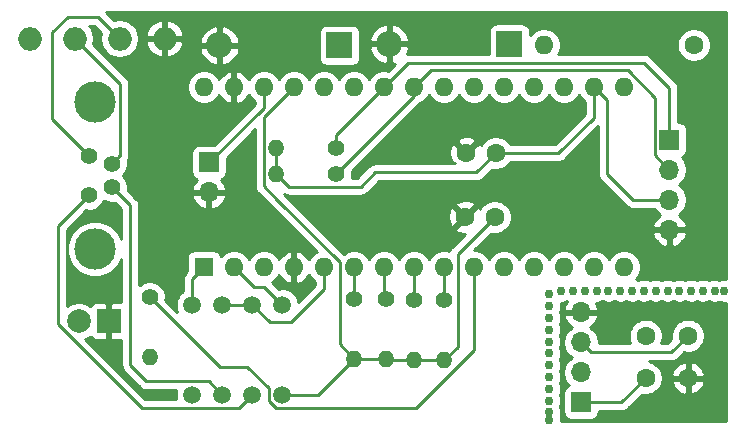
<source format=gtl>
%TF.GenerationSoftware,KiCad,Pcbnew,(5.1.8)-1*%
%TF.CreationDate,2021-01-24T12:06:25-05:00*%
%TF.ProjectId,TTS,5454532e-6b69-4636-9164-5f7063625858,rev?*%
%TF.SameCoordinates,Original*%
%TF.FileFunction,Copper,L1,Top*%
%TF.FilePolarity,Positive*%
%FSLAX46Y46*%
G04 Gerber Fmt 4.6, Leading zero omitted, Abs format (unit mm)*
G04 Created by KiCad (PCBNEW (5.1.8)-1) date 2021-01-24 12:06:25*
%MOMM*%
%LPD*%
G01*
G04 APERTURE LIST*
%TA.AperFunction,WasherPad*%
%ADD10C,3.500000*%
%TD*%
%TA.AperFunction,ComponentPad*%
%ADD11C,1.400000*%
%TD*%
%TA.AperFunction,ComponentPad*%
%ADD12C,1.600000*%
%TD*%
%TA.AperFunction,ComponentPad*%
%ADD13R,1.600000X1.600000*%
%TD*%
%TA.AperFunction,ComponentPad*%
%ADD14O,1.600000X1.600000*%
%TD*%
%TA.AperFunction,ComponentPad*%
%ADD15O,2.000000X2.000000*%
%TD*%
%TA.AperFunction,ComponentPad*%
%ADD16C,2.000000*%
%TD*%
%TA.AperFunction,ComponentPad*%
%ADD17R,2.000000X2.000000*%
%TD*%
%TA.AperFunction,ComponentPad*%
%ADD18O,1.400000X1.400000*%
%TD*%
%TA.AperFunction,ComponentPad*%
%ADD19C,1.500000*%
%TD*%
%TA.AperFunction,ComponentPad*%
%ADD20R,2.200000X2.200000*%
%TD*%
%TA.AperFunction,ComponentPad*%
%ADD21O,2.200000X2.200000*%
%TD*%
%TA.AperFunction,ComponentPad*%
%ADD22R,1.700000X1.700000*%
%TD*%
%TA.AperFunction,ComponentPad*%
%ADD23O,1.700000X1.700000*%
%TD*%
%TA.AperFunction,ViaPad*%
%ADD24C,0.762000*%
%TD*%
%TA.AperFunction,Conductor*%
%ADD25C,0.254000*%
%TD*%
%TA.AperFunction,Conductor*%
%ADD26C,0.100000*%
%TD*%
G04 APERTURE END LIST*
D10*
%TO.P,J1,*%
%TO.N,*%
X36525200Y-39673200D03*
X36525200Y-52173200D03*
D11*
%TO.P,J1,1*%
%TO.N,Net-(D3-Pad3)*%
X36025200Y-44273200D03*
%TO.P,J1,3*%
%TO.N,Net-(D1-Pad1)*%
X36025200Y-47573200D03*
%TO.P,J1,4*%
%TO.N,Net-(D2-Pad1)*%
X37975200Y-46923200D03*
%TO.P,J1,2*%
%TO.N,Net-(D3-Pad2)*%
X37975200Y-44923200D03*
%TD*%
D12*
%TO.P,U2,4*%
%TO.N,GND*%
X86733651Y-63086251D03*
%TO.P,U2,1*%
%TO.N,/A5*%
X83141549Y-63086251D03*
%TO.P,U2,2*%
%TO.N,/A4*%
X83141549Y-59494149D03*
%TO.P,U2,3*%
%TO.N,VDD*%
X86733651Y-59494149D03*
%TD*%
D13*
%TO.P,A1,1*%
%TO.N,/TX*%
X45745400Y-53695600D03*
D14*
%TO.P,A1,17*%
%TO.N,VDD*%
X78765400Y-38455600D03*
%TO.P,A1,2*%
%TO.N,/RX*%
X48285400Y-53695600D03*
%TO.P,A1,18*%
%TO.N,/REF*%
X76225400Y-38455600D03*
%TO.P,A1,3*%
%TO.N,/RST_D*%
X50825400Y-53695600D03*
%TO.P,A1,19*%
%TO.N,/A0*%
X73685400Y-38455600D03*
%TO.P,A1,4*%
%TO.N,GND*%
X53365400Y-53695600D03*
%TO.P,A1,20*%
%TO.N,/A1*%
X71145400Y-38455600D03*
%TO.P,A1,5*%
%TO.N,/D2*%
X55905400Y-53695600D03*
%TO.P,A1,21*%
%TO.N,/A2*%
X68605400Y-38455600D03*
%TO.P,A1,6*%
%TO.N,/D3*%
X58445400Y-53695600D03*
%TO.P,A1,22*%
%TO.N,/A3*%
X66065400Y-38455600D03*
%TO.P,A1,7*%
%TO.N,/D4*%
X60985400Y-53695600D03*
%TO.P,A1,23*%
%TO.N,/A4*%
X63525400Y-38455600D03*
%TO.P,A1,8*%
%TO.N,/D5*%
X63525400Y-53695600D03*
%TO.P,A1,24*%
%TO.N,/A5*%
X60985400Y-38455600D03*
%TO.P,A1,9*%
%TO.N,/D6*%
X66065400Y-53695600D03*
%TO.P,A1,25*%
%TO.N,/A6*%
X58445400Y-38455600D03*
%TO.P,A1,10*%
%TO.N,/D7*%
X68605400Y-53695600D03*
%TO.P,A1,26*%
%TO.N,/A7*%
X55905400Y-38455600D03*
%TO.P,A1,11*%
%TO.N,/D8*%
X71145400Y-53695600D03*
%TO.P,A1,27*%
%TO.N,VCC*%
X53365400Y-38455600D03*
%TO.P,A1,12*%
%TO.N,/D9*%
X73685400Y-53695600D03*
%TO.P,A1,28*%
%TO.N,/RST_A*%
X50825400Y-38455600D03*
%TO.P,A1,13*%
%TO.N,/D10*%
X76225400Y-53695600D03*
%TO.P,A1,29*%
%TO.N,GND*%
X48285400Y-38455600D03*
%TO.P,A1,14*%
%TO.N,/D11*%
X78765400Y-53695600D03*
%TO.P,A1,30*%
%TO.N,/VIN*%
X45745400Y-38455600D03*
%TO.P,A1,15*%
%TO.N,/D12*%
X81305400Y-53695600D03*
%TO.P,A1,16*%
%TO.N,/D13*%
X81305400Y-38455600D03*
%TD*%
D12*
%TO.P,C1,2*%
%TO.N,GND*%
X67858000Y-49453800D03*
%TO.P,C1,1*%
%TO.N,VCC*%
X70358000Y-49453800D03*
%TD*%
%TO.P,C2,1*%
%TO.N,VDD*%
X70459600Y-44043600D03*
%TO.P,C2,2*%
%TO.N,GND*%
X67959600Y-44043600D03*
%TD*%
D15*
%TO.P,D3,1*%
%TO.N,/VIN*%
X30988000Y-34340800D03*
%TO.P,D3,2*%
%TO.N,Net-(D3-Pad2)*%
X34798000Y-34340800D03*
%TO.P,D3,3*%
%TO.N,Net-(D3-Pad3)*%
X38608000Y-34340800D03*
%TO.P,D3,4*%
%TO.N,GND*%
X42418000Y-34340800D03*
%TD*%
D16*
%TO.P,D4,2*%
%TO.N,Net-(D4-Pad2)*%
X35153600Y-58267600D03*
D17*
%TO.P,D4,1*%
%TO.N,GND*%
X37693600Y-58267600D03*
%TD*%
D12*
%TO.P,R1,1*%
%TO.N,Net-(D2-Pad1)*%
X87223600Y-34874200D03*
D14*
%TO.P,R1,2*%
%TO.N,Net-(D1-Pad1)*%
X74523600Y-34874200D03*
%TD*%
D11*
%TO.P,R2,1*%
%TO.N,/A4*%
X56972200Y-45796200D03*
D18*
%TO.P,R2,2*%
%TO.N,VDD*%
X51892200Y-45796200D03*
%TD*%
%TO.P,R3,2*%
%TO.N,VDD*%
X51892200Y-43611800D03*
D11*
%TO.P,R3,1*%
%TO.N,/A5*%
X56972200Y-43611800D03*
%TD*%
%TO.P,R8,1*%
%TO.N,/D7*%
X41173400Y-56210200D03*
D18*
%TO.P,R8,2*%
%TO.N,Net-(D4-Pad2)*%
X41173400Y-61290200D03*
%TD*%
D19*
%TO.P,U1,8*%
%TO.N,VCC*%
X52374800Y-64490600D03*
%TO.P,U1,1*%
%TO.N,/RX*%
X52374800Y-56870600D03*
%TO.P,U1,7*%
%TO.N,Net-(D1-Pad1)*%
X49834800Y-64490600D03*
%TO.P,U1,2*%
%TO.N,/D2*%
X49834800Y-56870600D03*
%TO.P,U1,6*%
%TO.N,Net-(D2-Pad1)*%
X47294800Y-64490600D03*
%TO.P,U1,3*%
%TO.N,/D2*%
X47294800Y-56870600D03*
%TO.P,U1,5*%
%TO.N,GND*%
X44754800Y-64490600D03*
%TO.P,U1,4*%
%TO.N,/TX*%
X44754800Y-56870600D03*
%TD*%
D20*
%TO.P,D1,1*%
%TO.N,Net-(D1-Pad1)*%
X57226200Y-34925000D03*
D21*
%TO.P,D1,2*%
%TO.N,GND*%
X47066200Y-34925000D03*
%TD*%
%TO.P,D2,2*%
%TO.N,GND*%
X61442600Y-34798000D03*
D20*
%TO.P,D2,1*%
%TO.N,Net-(D2-Pad1)*%
X71602600Y-34798000D03*
%TD*%
D22*
%TO.P,J2,1*%
%TO.N,/A5*%
X77673200Y-65151000D03*
D23*
%TO.P,J2,2*%
%TO.N,/A4*%
X77673200Y-62611000D03*
%TO.P,J2,3*%
%TO.N,VDD*%
X77673200Y-60071000D03*
%TO.P,J2,4*%
%TO.N,GND*%
X77673200Y-57531000D03*
%TD*%
D18*
%TO.P,R4,2*%
%TO.N,VCC*%
X58496200Y-61442600D03*
D11*
%TO.P,R4,1*%
%TO.N,/D3*%
X58496200Y-56362600D03*
%TD*%
%TO.P,R5,1*%
%TO.N,/D4*%
X61137800Y-56413400D03*
D18*
%TO.P,R5,2*%
%TO.N,VCC*%
X61137800Y-61493400D03*
%TD*%
%TO.P,R6,2*%
%TO.N,VCC*%
X63576200Y-61544200D03*
D11*
%TO.P,R6,1*%
%TO.N,/D5*%
X63576200Y-56464200D03*
%TD*%
%TO.P,R7,1*%
%TO.N,/D6*%
X66116200Y-56515000D03*
D18*
%TO.P,R7,2*%
%TO.N,VCC*%
X66116200Y-61595000D03*
%TD*%
D22*
%TO.P,SW1,1*%
%TO.N,/RST_A*%
X46177200Y-44831000D03*
D23*
%TO.P,SW1,2*%
%TO.N,GND*%
X46177200Y-47371000D03*
%TD*%
%TO.P,J3,4*%
%TO.N,GND*%
X85166200Y-50520600D03*
%TO.P,J3,3*%
%TO.N,VDD*%
X85166200Y-47980600D03*
%TO.P,J3,2*%
%TO.N,/A4*%
X85166200Y-45440600D03*
D22*
%TO.P,J3,1*%
%TO.N,/A5*%
X85166200Y-42900600D03*
%TD*%
D24*
%TO.N,*%
X75000000Y-56000000D03*
X76000000Y-55700000D03*
X75000000Y-57000000D03*
X75000000Y-58000000D03*
X75000000Y-59000000D03*
X75000000Y-60000000D03*
X75000000Y-61000000D03*
X75000000Y-62000000D03*
X75000000Y-63000000D03*
X75000000Y-64000000D03*
X75000000Y-65000000D03*
X75000000Y-66000000D03*
X75000000Y-66650000D03*
X77000000Y-55700000D03*
X78000000Y-55700000D03*
X79000000Y-55700000D03*
X80000000Y-55700000D03*
X81000000Y-55700000D03*
X82000000Y-55700000D03*
X83000000Y-55700000D03*
X84000000Y-55700000D03*
X85000000Y-55700000D03*
X86000000Y-55700000D03*
X87000000Y-55700000D03*
X88000000Y-55700000D03*
X89000000Y-55700000D03*
X89789000Y-55702200D03*
%TD*%
D25*
%TO.N,VDD*%
X51892200Y-43611800D02*
X51892200Y-45796200D01*
X68822199Y-45681001D02*
X70459600Y-44043600D01*
X59040799Y-46877201D02*
X60236999Y-45681001D01*
X52973201Y-46877201D02*
X59040799Y-46877201D01*
X60236999Y-45681001D02*
X68822199Y-45681001D01*
X51892200Y-45796200D02*
X52973201Y-46877201D01*
X70459600Y-44043600D02*
X75768200Y-44043600D01*
X78765400Y-41046400D02*
X78765400Y-38455600D01*
X75768200Y-44043600D02*
X78765400Y-41046400D01*
X85166200Y-47980600D02*
X82042000Y-47980600D01*
X82042000Y-47980600D02*
X79883000Y-45821600D01*
X79883000Y-39573200D02*
X78765400Y-38455600D01*
X79883000Y-45821600D02*
X79883000Y-39573200D01*
X85306801Y-60920999D02*
X86733651Y-59494149D01*
X78523199Y-60920999D02*
X85306801Y-60920999D01*
X77673200Y-60071000D02*
X78523199Y-60920999D01*
%TO.N,VCC*%
X63627000Y-61595000D02*
X63576200Y-61544200D01*
X66116200Y-61595000D02*
X63627000Y-61595000D01*
X61188600Y-61544200D02*
X61137800Y-61493400D01*
X63576200Y-61544200D02*
X61188600Y-61544200D01*
X58547000Y-61493400D02*
X58496200Y-61442600D01*
X61137800Y-61493400D02*
X58547000Y-61493400D01*
X57264399Y-53301999D02*
X51943000Y-47980600D01*
X57264399Y-60210799D02*
X57264399Y-53301999D01*
X58496200Y-61442600D02*
X57264399Y-60210799D01*
X67246401Y-52565399D02*
X70358000Y-49453800D01*
X67246401Y-60464799D02*
X67246401Y-52565399D01*
X66116200Y-61595000D02*
X67246401Y-60464799D01*
X50811199Y-41009801D02*
X53365400Y-38455600D01*
X50811199Y-46848799D02*
X50811199Y-41009801D01*
X51943000Y-47980600D02*
X50811199Y-46848799D01*
X55448200Y-64490600D02*
X58496200Y-61442600D01*
X52374800Y-64490600D02*
X55448200Y-64490600D01*
%TO.N,Net-(D1-Pad1)*%
X48703799Y-65621601D02*
X49834800Y-64490600D01*
X40463719Y-65621601D02*
X48703799Y-65621601D01*
X33375600Y-58533482D02*
X40463719Y-65621601D01*
X33375600Y-50222800D02*
X33375600Y-58533482D01*
X36025200Y-47573200D02*
X33375600Y-50222800D01*
%TO.N,Net-(D2-Pad1)*%
X38656201Y-47604201D02*
X37975200Y-46923200D01*
X46163799Y-63359599D02*
X47294800Y-64490600D01*
X40873365Y-63359599D02*
X46163799Y-63359599D01*
X39522400Y-62008634D02*
X40873365Y-63359599D01*
X39522400Y-48470400D02*
X39522400Y-62008634D01*
X37975200Y-46923200D02*
X39522400Y-48470400D01*
%TO.N,Net-(D3-Pad2)*%
X38656201Y-38199001D02*
X38656201Y-44242199D01*
X38656201Y-44242199D02*
X37975200Y-44923200D01*
X34798000Y-34340800D02*
X38656201Y-38199001D01*
%TO.N,/TX*%
X44754800Y-54686200D02*
X45745400Y-53695600D01*
X44754800Y-56870600D02*
X44754800Y-54686200D01*
%TO.N,/RX*%
X52374800Y-56870600D02*
X50876200Y-55372000D01*
X49961800Y-55372000D02*
X48285400Y-53695600D01*
X50876200Y-55372000D02*
X49961800Y-55372000D01*
%TO.N,/D2*%
X47294800Y-56870600D02*
X49834800Y-56870600D01*
X55905400Y-55549800D02*
X55905400Y-53695600D01*
X53086000Y-58369200D02*
X55905400Y-55549800D01*
X51333400Y-58369200D02*
X53086000Y-58369200D01*
X49834800Y-56870600D02*
X51333400Y-58369200D01*
%TO.N,/D3*%
X58496200Y-53746400D02*
X58445400Y-53695600D01*
X58496200Y-56362600D02*
X58496200Y-53746400D01*
%TO.N,/D4*%
X60985400Y-56261000D02*
X61137800Y-56413400D01*
X60985400Y-53695600D02*
X60985400Y-56261000D01*
%TO.N,/A4*%
X63525400Y-39243000D02*
X63525400Y-38455600D01*
X56972200Y-45796200D02*
X63525400Y-39243000D01*
X64947800Y-37033200D02*
X63525400Y-38455600D01*
X81630882Y-37033200D02*
X64947800Y-37033200D01*
X83935199Y-39337517D02*
X81630882Y-37033200D01*
X83935199Y-44209599D02*
X83935199Y-39337517D01*
X85166200Y-45440600D02*
X83935199Y-44209599D01*
%TO.N,/D5*%
X63576200Y-53746400D02*
X63525400Y-53695600D01*
X63576200Y-56464200D02*
X63576200Y-53746400D01*
%TO.N,/A5*%
X56972200Y-42468800D02*
X60985400Y-38455600D01*
X56972200Y-43611800D02*
X56972200Y-42468800D01*
X81076800Y-65151000D02*
X83141549Y-63086251D01*
X77673200Y-65151000D02*
X81076800Y-65151000D01*
X85140999Y-42875399D02*
X85140999Y-38531999D01*
X85166200Y-42900600D02*
X85140999Y-42875399D01*
X85140999Y-38531999D02*
X82981800Y-36372800D01*
X63068200Y-36372800D02*
X60985400Y-38455600D01*
X82981800Y-36372800D02*
X63068200Y-36372800D01*
%TO.N,/D6*%
X66116200Y-53746400D02*
X66065400Y-53695600D01*
X66116200Y-56515000D02*
X66116200Y-53746400D01*
%TO.N,/D7*%
X68605400Y-60705682D02*
X68605400Y-53695600D01*
X51831919Y-65621601D02*
X63689481Y-65621601D01*
X51243799Y-63947719D02*
X51243799Y-65033481D01*
X63689481Y-65621601D02*
X68605400Y-60705682D01*
X49424480Y-62128400D02*
X51243799Y-63947719D01*
X47091600Y-62128400D02*
X49424480Y-62128400D01*
X51243799Y-65033481D02*
X51831919Y-65621601D01*
X41173400Y-56210200D02*
X47091600Y-62128400D01*
%TO.N,/RST_A*%
X50825400Y-40182800D02*
X46177200Y-44831000D01*
X50825400Y-38455600D02*
X50825400Y-40182800D01*
%TO.N,Net-(D3-Pad3)*%
X32918400Y-41166400D02*
X36025200Y-44273200D01*
X32918400Y-33788759D02*
X32918400Y-41166400D01*
X34220559Y-32486600D02*
X32918400Y-33788759D01*
X36753800Y-32486600D02*
X34220559Y-32486600D01*
X38608000Y-34340800D02*
X36753800Y-32486600D01*
%TD*%
%TO.N,GND*%
X88518744Y-56600368D02*
X88703644Y-56676956D01*
X88899933Y-56716000D01*
X89100067Y-56716000D01*
X89296356Y-56676956D01*
X89391844Y-56637403D01*
X89492644Y-56679156D01*
X89688933Y-56718200D01*
X89889067Y-56718200D01*
X89962401Y-56703613D01*
X89962401Y-66723628D01*
X76016000Y-66724204D01*
X76016000Y-66549933D01*
X75976956Y-66353644D01*
X75965091Y-66325000D01*
X75976956Y-66296356D01*
X76016000Y-66100067D01*
X76016000Y-65899933D01*
X75976956Y-65703644D01*
X75900368Y-65518744D01*
X75887844Y-65500000D01*
X75900368Y-65481256D01*
X75976956Y-65296356D01*
X76016000Y-65100067D01*
X76016000Y-64899933D01*
X75976956Y-64703644D01*
X75900368Y-64518744D01*
X75887844Y-64500000D01*
X75900368Y-64481256D01*
X75975032Y-64301000D01*
X76185128Y-64301000D01*
X76185128Y-66001000D01*
X76197388Y-66125482D01*
X76233698Y-66245180D01*
X76292663Y-66355494D01*
X76372015Y-66452185D01*
X76468706Y-66531537D01*
X76579020Y-66590502D01*
X76698718Y-66626812D01*
X76823200Y-66639072D01*
X78523200Y-66639072D01*
X78647682Y-66626812D01*
X78767380Y-66590502D01*
X78877694Y-66531537D01*
X78974385Y-66452185D01*
X79053737Y-66355494D01*
X79112702Y-66245180D01*
X79149012Y-66125482D01*
X79161272Y-66001000D01*
X79161272Y-65913000D01*
X81039377Y-65913000D01*
X81076800Y-65916686D01*
X81114223Y-65913000D01*
X81114226Y-65913000D01*
X81226178Y-65901974D01*
X81369815Y-65858402D01*
X81502192Y-65787645D01*
X81618222Y-65692422D01*
X81642084Y-65663346D01*
X82820022Y-64485408D01*
X83000214Y-64521251D01*
X83282884Y-64521251D01*
X83560123Y-64466104D01*
X83821276Y-64357931D01*
X84056308Y-64200888D01*
X84256186Y-64001010D01*
X84413229Y-63765978D01*
X84521402Y-63504825D01*
X84535016Y-63436380D01*
X85334863Y-63436380D01*
X85430047Y-63702542D01*
X85575328Y-63945021D01*
X85765123Y-64154498D01*
X85992138Y-64322922D01*
X86247649Y-64443822D01*
X86383522Y-64485039D01*
X86606651Y-64363144D01*
X86606651Y-63213251D01*
X86860651Y-63213251D01*
X86860651Y-64363144D01*
X87083780Y-64485039D01*
X87349942Y-64389855D01*
X87592421Y-64244574D01*
X87801898Y-64054779D01*
X87970322Y-63827764D01*
X88091222Y-63572253D01*
X88132439Y-63436380D01*
X88010544Y-63213251D01*
X86860651Y-63213251D01*
X86606651Y-63213251D01*
X85456758Y-63213251D01*
X85334863Y-63436380D01*
X84535016Y-63436380D01*
X84576549Y-63227586D01*
X84576549Y-62944916D01*
X84535017Y-62736122D01*
X85334863Y-62736122D01*
X85456758Y-62959251D01*
X86606651Y-62959251D01*
X86606651Y-61809358D01*
X86860651Y-61809358D01*
X86860651Y-62959251D01*
X88010544Y-62959251D01*
X88132439Y-62736122D01*
X88037255Y-62469960D01*
X87891974Y-62227481D01*
X87702179Y-62018004D01*
X87475164Y-61849580D01*
X87219653Y-61728680D01*
X87083780Y-61687463D01*
X86860651Y-61809358D01*
X86606651Y-61809358D01*
X86383522Y-61687463D01*
X86117360Y-61782647D01*
X85874881Y-61927928D01*
X85665404Y-62117723D01*
X85496980Y-62344738D01*
X85376080Y-62600249D01*
X85334863Y-62736122D01*
X84535017Y-62736122D01*
X84521402Y-62667677D01*
X84413229Y-62406524D01*
X84256186Y-62171492D01*
X84056308Y-61971614D01*
X83821276Y-61814571D01*
X83560123Y-61706398D01*
X83442490Y-61682999D01*
X85269378Y-61682999D01*
X85306801Y-61686685D01*
X85344224Y-61682999D01*
X85344227Y-61682999D01*
X85456179Y-61671973D01*
X85599816Y-61628401D01*
X85732193Y-61557644D01*
X85848223Y-61462421D01*
X85872085Y-61433345D01*
X86412124Y-60893306D01*
X86592316Y-60929149D01*
X86874986Y-60929149D01*
X87152225Y-60874002D01*
X87413378Y-60765829D01*
X87648410Y-60608786D01*
X87848288Y-60408908D01*
X88005331Y-60173876D01*
X88113504Y-59912723D01*
X88168651Y-59635484D01*
X88168651Y-59352814D01*
X88113504Y-59075575D01*
X88005331Y-58814422D01*
X87848288Y-58579390D01*
X87648410Y-58379512D01*
X87413378Y-58222469D01*
X87152225Y-58114296D01*
X86874986Y-58059149D01*
X86592316Y-58059149D01*
X86315077Y-58114296D01*
X86053924Y-58222469D01*
X85818892Y-58379512D01*
X85619014Y-58579390D01*
X85461971Y-58814422D01*
X85353798Y-59075575D01*
X85298651Y-59352814D01*
X85298651Y-59635484D01*
X85334494Y-59815676D01*
X84991171Y-60158999D01*
X84419391Y-60158999D01*
X84521402Y-59912723D01*
X84576549Y-59635484D01*
X84576549Y-59352814D01*
X84521402Y-59075575D01*
X84413229Y-58814422D01*
X84256186Y-58579390D01*
X84056308Y-58379512D01*
X83821276Y-58222469D01*
X83560123Y-58114296D01*
X83282884Y-58059149D01*
X83000214Y-58059149D01*
X82722975Y-58114296D01*
X82461822Y-58222469D01*
X82226790Y-58379512D01*
X82026912Y-58579390D01*
X81869869Y-58814422D01*
X81761696Y-59075575D01*
X81706549Y-59352814D01*
X81706549Y-59635484D01*
X81761696Y-59912723D01*
X81863707Y-60158999D01*
X79158200Y-60158999D01*
X79158200Y-59924740D01*
X79101132Y-59637842D01*
X78989190Y-59367589D01*
X78826675Y-59124368D01*
X78619832Y-58917525D01*
X78437666Y-58795805D01*
X78554555Y-58726178D01*
X78770788Y-58531269D01*
X78944841Y-58297920D01*
X79070025Y-58035099D01*
X79114676Y-57887890D01*
X78993355Y-57658000D01*
X77800200Y-57658000D01*
X77800200Y-57678000D01*
X77546200Y-57678000D01*
X77546200Y-57658000D01*
X76353045Y-57658000D01*
X76231724Y-57887890D01*
X76276375Y-58035099D01*
X76401559Y-58297920D01*
X76575612Y-58531269D01*
X76791845Y-58726178D01*
X76908734Y-58795805D01*
X76726568Y-58917525D01*
X76519725Y-59124368D01*
X76357210Y-59367589D01*
X76245268Y-59637842D01*
X76188200Y-59924740D01*
X76188200Y-60217260D01*
X76245268Y-60504158D01*
X76357210Y-60774411D01*
X76519725Y-61017632D01*
X76726568Y-61224475D01*
X76900960Y-61341000D01*
X76726568Y-61457525D01*
X76519725Y-61664368D01*
X76357210Y-61907589D01*
X76245268Y-62177842D01*
X76188200Y-62464740D01*
X76188200Y-62757260D01*
X76245268Y-63044158D01*
X76357210Y-63314411D01*
X76519725Y-63557632D01*
X76651580Y-63689487D01*
X76579020Y-63711498D01*
X76468706Y-63770463D01*
X76372015Y-63849815D01*
X76292663Y-63946506D01*
X76233698Y-64056820D01*
X76197388Y-64176518D01*
X76185128Y-64301000D01*
X75975032Y-64301000D01*
X75976956Y-64296356D01*
X76016000Y-64100067D01*
X76016000Y-63899933D01*
X75976956Y-63703644D01*
X75900368Y-63518744D01*
X75887844Y-63500000D01*
X75900368Y-63481256D01*
X75976956Y-63296356D01*
X76016000Y-63100067D01*
X76016000Y-62899933D01*
X75976956Y-62703644D01*
X75900368Y-62518744D01*
X75887844Y-62500000D01*
X75900368Y-62481256D01*
X75976956Y-62296356D01*
X76016000Y-62100067D01*
X76016000Y-61899933D01*
X75976956Y-61703644D01*
X75900368Y-61518744D01*
X75887844Y-61500000D01*
X75900368Y-61481256D01*
X75976956Y-61296356D01*
X76016000Y-61100067D01*
X76016000Y-60899933D01*
X75976956Y-60703644D01*
X75900368Y-60518744D01*
X75887844Y-60500000D01*
X75900368Y-60481256D01*
X75976956Y-60296356D01*
X76016000Y-60100067D01*
X76016000Y-59899933D01*
X75976956Y-59703644D01*
X75900368Y-59518744D01*
X75887844Y-59500000D01*
X75900368Y-59481256D01*
X75976956Y-59296356D01*
X76016000Y-59100067D01*
X76016000Y-58899933D01*
X75976956Y-58703644D01*
X75900368Y-58518744D01*
X75887844Y-58500000D01*
X75900368Y-58481256D01*
X75976956Y-58296356D01*
X76016000Y-58100067D01*
X76016000Y-57899933D01*
X75976956Y-57703644D01*
X75900368Y-57518744D01*
X75887844Y-57500000D01*
X75900368Y-57481256D01*
X75976956Y-57296356D01*
X76016000Y-57100067D01*
X76016000Y-56899933D01*
X75979414Y-56716000D01*
X76100067Y-56716000D01*
X76296356Y-56676956D01*
X76481256Y-56600368D01*
X76500000Y-56587844D01*
X76518744Y-56600368D01*
X76522508Y-56601927D01*
X76401559Y-56764080D01*
X76276375Y-57026901D01*
X76231724Y-57174110D01*
X76353045Y-57404000D01*
X77546200Y-57404000D01*
X77546200Y-57384000D01*
X77800200Y-57384000D01*
X77800200Y-57404000D01*
X78993355Y-57404000D01*
X79114676Y-57174110D01*
X79070025Y-57026901D01*
X78944841Y-56764080D01*
X78908979Y-56716000D01*
X79100067Y-56716000D01*
X79296356Y-56676956D01*
X79481256Y-56600368D01*
X79500000Y-56587844D01*
X79518744Y-56600368D01*
X79703644Y-56676956D01*
X79899933Y-56716000D01*
X80100067Y-56716000D01*
X80296356Y-56676956D01*
X80481256Y-56600368D01*
X80500000Y-56587844D01*
X80518744Y-56600368D01*
X80703644Y-56676956D01*
X80899933Y-56716000D01*
X81100067Y-56716000D01*
X81296356Y-56676956D01*
X81481256Y-56600368D01*
X81500000Y-56587844D01*
X81518744Y-56600368D01*
X81703644Y-56676956D01*
X81899933Y-56716000D01*
X82100067Y-56716000D01*
X82296356Y-56676956D01*
X82481256Y-56600368D01*
X82500000Y-56587844D01*
X82518744Y-56600368D01*
X82703644Y-56676956D01*
X82899933Y-56716000D01*
X83100067Y-56716000D01*
X83296356Y-56676956D01*
X83481256Y-56600368D01*
X83500000Y-56587844D01*
X83518744Y-56600368D01*
X83703644Y-56676956D01*
X83899933Y-56716000D01*
X84100067Y-56716000D01*
X84296356Y-56676956D01*
X84481256Y-56600368D01*
X84500000Y-56587844D01*
X84518744Y-56600368D01*
X84703644Y-56676956D01*
X84899933Y-56716000D01*
X85100067Y-56716000D01*
X85296356Y-56676956D01*
X85481256Y-56600368D01*
X85500000Y-56587844D01*
X85518744Y-56600368D01*
X85703644Y-56676956D01*
X85899933Y-56716000D01*
X86100067Y-56716000D01*
X86296356Y-56676956D01*
X86481256Y-56600368D01*
X86500000Y-56587844D01*
X86518744Y-56600368D01*
X86703644Y-56676956D01*
X86899933Y-56716000D01*
X87100067Y-56716000D01*
X87296356Y-56676956D01*
X87481256Y-56600368D01*
X87500000Y-56587844D01*
X87518744Y-56600368D01*
X87703644Y-56676956D01*
X87899933Y-56716000D01*
X88100067Y-56716000D01*
X88296356Y-56676956D01*
X88481256Y-56600368D01*
X88500000Y-56587844D01*
X88518744Y-56600368D01*
%TA.AperFunction,Conductor*%
D26*
G36*
X88518744Y-56600368D02*
G01*
X88703644Y-56676956D01*
X88899933Y-56716000D01*
X89100067Y-56716000D01*
X89296356Y-56676956D01*
X89391844Y-56637403D01*
X89492644Y-56679156D01*
X89688933Y-56718200D01*
X89889067Y-56718200D01*
X89962401Y-56703613D01*
X89962401Y-66723628D01*
X76016000Y-66724204D01*
X76016000Y-66549933D01*
X75976956Y-66353644D01*
X75965091Y-66325000D01*
X75976956Y-66296356D01*
X76016000Y-66100067D01*
X76016000Y-65899933D01*
X75976956Y-65703644D01*
X75900368Y-65518744D01*
X75887844Y-65500000D01*
X75900368Y-65481256D01*
X75976956Y-65296356D01*
X76016000Y-65100067D01*
X76016000Y-64899933D01*
X75976956Y-64703644D01*
X75900368Y-64518744D01*
X75887844Y-64500000D01*
X75900368Y-64481256D01*
X75975032Y-64301000D01*
X76185128Y-64301000D01*
X76185128Y-66001000D01*
X76197388Y-66125482D01*
X76233698Y-66245180D01*
X76292663Y-66355494D01*
X76372015Y-66452185D01*
X76468706Y-66531537D01*
X76579020Y-66590502D01*
X76698718Y-66626812D01*
X76823200Y-66639072D01*
X78523200Y-66639072D01*
X78647682Y-66626812D01*
X78767380Y-66590502D01*
X78877694Y-66531537D01*
X78974385Y-66452185D01*
X79053737Y-66355494D01*
X79112702Y-66245180D01*
X79149012Y-66125482D01*
X79161272Y-66001000D01*
X79161272Y-65913000D01*
X81039377Y-65913000D01*
X81076800Y-65916686D01*
X81114223Y-65913000D01*
X81114226Y-65913000D01*
X81226178Y-65901974D01*
X81369815Y-65858402D01*
X81502192Y-65787645D01*
X81618222Y-65692422D01*
X81642084Y-65663346D01*
X82820022Y-64485408D01*
X83000214Y-64521251D01*
X83282884Y-64521251D01*
X83560123Y-64466104D01*
X83821276Y-64357931D01*
X84056308Y-64200888D01*
X84256186Y-64001010D01*
X84413229Y-63765978D01*
X84521402Y-63504825D01*
X84535016Y-63436380D01*
X85334863Y-63436380D01*
X85430047Y-63702542D01*
X85575328Y-63945021D01*
X85765123Y-64154498D01*
X85992138Y-64322922D01*
X86247649Y-64443822D01*
X86383522Y-64485039D01*
X86606651Y-64363144D01*
X86606651Y-63213251D01*
X86860651Y-63213251D01*
X86860651Y-64363144D01*
X87083780Y-64485039D01*
X87349942Y-64389855D01*
X87592421Y-64244574D01*
X87801898Y-64054779D01*
X87970322Y-63827764D01*
X88091222Y-63572253D01*
X88132439Y-63436380D01*
X88010544Y-63213251D01*
X86860651Y-63213251D01*
X86606651Y-63213251D01*
X85456758Y-63213251D01*
X85334863Y-63436380D01*
X84535016Y-63436380D01*
X84576549Y-63227586D01*
X84576549Y-62944916D01*
X84535017Y-62736122D01*
X85334863Y-62736122D01*
X85456758Y-62959251D01*
X86606651Y-62959251D01*
X86606651Y-61809358D01*
X86860651Y-61809358D01*
X86860651Y-62959251D01*
X88010544Y-62959251D01*
X88132439Y-62736122D01*
X88037255Y-62469960D01*
X87891974Y-62227481D01*
X87702179Y-62018004D01*
X87475164Y-61849580D01*
X87219653Y-61728680D01*
X87083780Y-61687463D01*
X86860651Y-61809358D01*
X86606651Y-61809358D01*
X86383522Y-61687463D01*
X86117360Y-61782647D01*
X85874881Y-61927928D01*
X85665404Y-62117723D01*
X85496980Y-62344738D01*
X85376080Y-62600249D01*
X85334863Y-62736122D01*
X84535017Y-62736122D01*
X84521402Y-62667677D01*
X84413229Y-62406524D01*
X84256186Y-62171492D01*
X84056308Y-61971614D01*
X83821276Y-61814571D01*
X83560123Y-61706398D01*
X83442490Y-61682999D01*
X85269378Y-61682999D01*
X85306801Y-61686685D01*
X85344224Y-61682999D01*
X85344227Y-61682999D01*
X85456179Y-61671973D01*
X85599816Y-61628401D01*
X85732193Y-61557644D01*
X85848223Y-61462421D01*
X85872085Y-61433345D01*
X86412124Y-60893306D01*
X86592316Y-60929149D01*
X86874986Y-60929149D01*
X87152225Y-60874002D01*
X87413378Y-60765829D01*
X87648410Y-60608786D01*
X87848288Y-60408908D01*
X88005331Y-60173876D01*
X88113504Y-59912723D01*
X88168651Y-59635484D01*
X88168651Y-59352814D01*
X88113504Y-59075575D01*
X88005331Y-58814422D01*
X87848288Y-58579390D01*
X87648410Y-58379512D01*
X87413378Y-58222469D01*
X87152225Y-58114296D01*
X86874986Y-58059149D01*
X86592316Y-58059149D01*
X86315077Y-58114296D01*
X86053924Y-58222469D01*
X85818892Y-58379512D01*
X85619014Y-58579390D01*
X85461971Y-58814422D01*
X85353798Y-59075575D01*
X85298651Y-59352814D01*
X85298651Y-59635484D01*
X85334494Y-59815676D01*
X84991171Y-60158999D01*
X84419391Y-60158999D01*
X84521402Y-59912723D01*
X84576549Y-59635484D01*
X84576549Y-59352814D01*
X84521402Y-59075575D01*
X84413229Y-58814422D01*
X84256186Y-58579390D01*
X84056308Y-58379512D01*
X83821276Y-58222469D01*
X83560123Y-58114296D01*
X83282884Y-58059149D01*
X83000214Y-58059149D01*
X82722975Y-58114296D01*
X82461822Y-58222469D01*
X82226790Y-58379512D01*
X82026912Y-58579390D01*
X81869869Y-58814422D01*
X81761696Y-59075575D01*
X81706549Y-59352814D01*
X81706549Y-59635484D01*
X81761696Y-59912723D01*
X81863707Y-60158999D01*
X79158200Y-60158999D01*
X79158200Y-59924740D01*
X79101132Y-59637842D01*
X78989190Y-59367589D01*
X78826675Y-59124368D01*
X78619832Y-58917525D01*
X78437666Y-58795805D01*
X78554555Y-58726178D01*
X78770788Y-58531269D01*
X78944841Y-58297920D01*
X79070025Y-58035099D01*
X79114676Y-57887890D01*
X78993355Y-57658000D01*
X77800200Y-57658000D01*
X77800200Y-57678000D01*
X77546200Y-57678000D01*
X77546200Y-57658000D01*
X76353045Y-57658000D01*
X76231724Y-57887890D01*
X76276375Y-58035099D01*
X76401559Y-58297920D01*
X76575612Y-58531269D01*
X76791845Y-58726178D01*
X76908734Y-58795805D01*
X76726568Y-58917525D01*
X76519725Y-59124368D01*
X76357210Y-59367589D01*
X76245268Y-59637842D01*
X76188200Y-59924740D01*
X76188200Y-60217260D01*
X76245268Y-60504158D01*
X76357210Y-60774411D01*
X76519725Y-61017632D01*
X76726568Y-61224475D01*
X76900960Y-61341000D01*
X76726568Y-61457525D01*
X76519725Y-61664368D01*
X76357210Y-61907589D01*
X76245268Y-62177842D01*
X76188200Y-62464740D01*
X76188200Y-62757260D01*
X76245268Y-63044158D01*
X76357210Y-63314411D01*
X76519725Y-63557632D01*
X76651580Y-63689487D01*
X76579020Y-63711498D01*
X76468706Y-63770463D01*
X76372015Y-63849815D01*
X76292663Y-63946506D01*
X76233698Y-64056820D01*
X76197388Y-64176518D01*
X76185128Y-64301000D01*
X75975032Y-64301000D01*
X75976956Y-64296356D01*
X76016000Y-64100067D01*
X76016000Y-63899933D01*
X75976956Y-63703644D01*
X75900368Y-63518744D01*
X75887844Y-63500000D01*
X75900368Y-63481256D01*
X75976956Y-63296356D01*
X76016000Y-63100067D01*
X76016000Y-62899933D01*
X75976956Y-62703644D01*
X75900368Y-62518744D01*
X75887844Y-62500000D01*
X75900368Y-62481256D01*
X75976956Y-62296356D01*
X76016000Y-62100067D01*
X76016000Y-61899933D01*
X75976956Y-61703644D01*
X75900368Y-61518744D01*
X75887844Y-61500000D01*
X75900368Y-61481256D01*
X75976956Y-61296356D01*
X76016000Y-61100067D01*
X76016000Y-60899933D01*
X75976956Y-60703644D01*
X75900368Y-60518744D01*
X75887844Y-60500000D01*
X75900368Y-60481256D01*
X75976956Y-60296356D01*
X76016000Y-60100067D01*
X76016000Y-59899933D01*
X75976956Y-59703644D01*
X75900368Y-59518744D01*
X75887844Y-59500000D01*
X75900368Y-59481256D01*
X75976956Y-59296356D01*
X76016000Y-59100067D01*
X76016000Y-58899933D01*
X75976956Y-58703644D01*
X75900368Y-58518744D01*
X75887844Y-58500000D01*
X75900368Y-58481256D01*
X75976956Y-58296356D01*
X76016000Y-58100067D01*
X76016000Y-57899933D01*
X75976956Y-57703644D01*
X75900368Y-57518744D01*
X75887844Y-57500000D01*
X75900368Y-57481256D01*
X75976956Y-57296356D01*
X76016000Y-57100067D01*
X76016000Y-56899933D01*
X75979414Y-56716000D01*
X76100067Y-56716000D01*
X76296356Y-56676956D01*
X76481256Y-56600368D01*
X76500000Y-56587844D01*
X76518744Y-56600368D01*
X76522508Y-56601927D01*
X76401559Y-56764080D01*
X76276375Y-57026901D01*
X76231724Y-57174110D01*
X76353045Y-57404000D01*
X77546200Y-57404000D01*
X77546200Y-57384000D01*
X77800200Y-57384000D01*
X77800200Y-57404000D01*
X78993355Y-57404000D01*
X79114676Y-57174110D01*
X79070025Y-57026901D01*
X78944841Y-56764080D01*
X78908979Y-56716000D01*
X79100067Y-56716000D01*
X79296356Y-56676956D01*
X79481256Y-56600368D01*
X79500000Y-56587844D01*
X79518744Y-56600368D01*
X79703644Y-56676956D01*
X79899933Y-56716000D01*
X80100067Y-56716000D01*
X80296356Y-56676956D01*
X80481256Y-56600368D01*
X80500000Y-56587844D01*
X80518744Y-56600368D01*
X80703644Y-56676956D01*
X80899933Y-56716000D01*
X81100067Y-56716000D01*
X81296356Y-56676956D01*
X81481256Y-56600368D01*
X81500000Y-56587844D01*
X81518744Y-56600368D01*
X81703644Y-56676956D01*
X81899933Y-56716000D01*
X82100067Y-56716000D01*
X82296356Y-56676956D01*
X82481256Y-56600368D01*
X82500000Y-56587844D01*
X82518744Y-56600368D01*
X82703644Y-56676956D01*
X82899933Y-56716000D01*
X83100067Y-56716000D01*
X83296356Y-56676956D01*
X83481256Y-56600368D01*
X83500000Y-56587844D01*
X83518744Y-56600368D01*
X83703644Y-56676956D01*
X83899933Y-56716000D01*
X84100067Y-56716000D01*
X84296356Y-56676956D01*
X84481256Y-56600368D01*
X84500000Y-56587844D01*
X84518744Y-56600368D01*
X84703644Y-56676956D01*
X84899933Y-56716000D01*
X85100067Y-56716000D01*
X85296356Y-56676956D01*
X85481256Y-56600368D01*
X85500000Y-56587844D01*
X85518744Y-56600368D01*
X85703644Y-56676956D01*
X85899933Y-56716000D01*
X86100067Y-56716000D01*
X86296356Y-56676956D01*
X86481256Y-56600368D01*
X86500000Y-56587844D01*
X86518744Y-56600368D01*
X86703644Y-56676956D01*
X86899933Y-56716000D01*
X87100067Y-56716000D01*
X87296356Y-56676956D01*
X87481256Y-56600368D01*
X87500000Y-56587844D01*
X87518744Y-56600368D01*
X87703644Y-56676956D01*
X87899933Y-56716000D01*
X88100067Y-56716000D01*
X88296356Y-56676956D01*
X88481256Y-56600368D01*
X88500000Y-56587844D01*
X88518744Y-56600368D01*
G37*
%TD.AperFunction*%
D25*
X37342841Y-48106261D02*
X37585795Y-48206896D01*
X37843714Y-48258200D01*
X38106686Y-48258200D01*
X38211684Y-48237314D01*
X38760400Y-48786031D01*
X38760400Y-51337145D01*
X38638760Y-51043479D01*
X38377750Y-50652851D01*
X38045549Y-50320650D01*
X37654921Y-50059640D01*
X37220879Y-49879854D01*
X36760102Y-49788200D01*
X36290298Y-49788200D01*
X35829521Y-49879854D01*
X35395479Y-50059640D01*
X35004851Y-50320650D01*
X34672650Y-50652851D01*
X34411640Y-51043479D01*
X34231854Y-51477521D01*
X34140200Y-51938298D01*
X34140200Y-52408102D01*
X34231854Y-52868879D01*
X34411640Y-53302921D01*
X34672650Y-53693549D01*
X35004851Y-54025750D01*
X35395479Y-54286760D01*
X35829521Y-54466546D01*
X36290298Y-54558200D01*
X36760102Y-54558200D01*
X37220879Y-54466546D01*
X37654921Y-54286760D01*
X38045549Y-54025750D01*
X38377750Y-53693549D01*
X38638760Y-53302921D01*
X38760400Y-53009255D01*
X38760401Y-56636107D01*
X38693600Y-56629528D01*
X37979350Y-56632600D01*
X37820600Y-56791350D01*
X37820600Y-58140600D01*
X37840600Y-58140600D01*
X37840600Y-58394600D01*
X37820600Y-58394600D01*
X37820600Y-59743850D01*
X37979350Y-59902600D01*
X38693600Y-59905672D01*
X38760401Y-59899093D01*
X38760401Y-61971201D01*
X38756714Y-62008634D01*
X38771427Y-62158012D01*
X38814999Y-62301649D01*
X38885755Y-62434026D01*
X38955282Y-62518744D01*
X38980979Y-62550056D01*
X39010049Y-62573913D01*
X40308085Y-63871950D01*
X40331943Y-63901021D01*
X40447973Y-63996244D01*
X40580350Y-64067001D01*
X40723987Y-64110573D01*
X40835939Y-64121599D01*
X40835941Y-64121599D01*
X40873364Y-64125285D01*
X40910787Y-64121599D01*
X43419330Y-64121599D01*
X43377550Y-64290560D01*
X43364988Y-64563092D01*
X43405835Y-64832838D01*
X43415502Y-64859601D01*
X40779350Y-64859601D01*
X35721732Y-59801983D01*
X35928063Y-59716518D01*
X36138409Y-59575970D01*
X36163063Y-59622094D01*
X36242415Y-59718785D01*
X36339106Y-59798137D01*
X36449420Y-59857102D01*
X36569118Y-59893412D01*
X36693600Y-59905672D01*
X37407850Y-59902600D01*
X37566600Y-59743850D01*
X37566600Y-58394600D01*
X37546600Y-58394600D01*
X37546600Y-58140600D01*
X37566600Y-58140600D01*
X37566600Y-56791350D01*
X37407850Y-56632600D01*
X36693600Y-56629528D01*
X36569118Y-56641788D01*
X36449420Y-56678098D01*
X36339106Y-56737063D01*
X36242415Y-56816415D01*
X36163063Y-56913106D01*
X36138409Y-56959230D01*
X35928063Y-56818682D01*
X35630512Y-56695432D01*
X35314633Y-56632600D01*
X34992567Y-56632600D01*
X34676688Y-56695432D01*
X34379137Y-56818682D01*
X34137600Y-56980072D01*
X34137600Y-50538430D01*
X35788716Y-48887314D01*
X35893714Y-48908200D01*
X36156686Y-48908200D01*
X36414605Y-48856896D01*
X36657559Y-48756261D01*
X36876213Y-48610162D01*
X37062162Y-48424213D01*
X37208261Y-48205559D01*
X37269649Y-48057356D01*
X37342841Y-48106261D01*
%TA.AperFunction,Conductor*%
D26*
G36*
X37342841Y-48106261D02*
G01*
X37585795Y-48206896D01*
X37843714Y-48258200D01*
X38106686Y-48258200D01*
X38211684Y-48237314D01*
X38760400Y-48786031D01*
X38760400Y-51337145D01*
X38638760Y-51043479D01*
X38377750Y-50652851D01*
X38045549Y-50320650D01*
X37654921Y-50059640D01*
X37220879Y-49879854D01*
X36760102Y-49788200D01*
X36290298Y-49788200D01*
X35829521Y-49879854D01*
X35395479Y-50059640D01*
X35004851Y-50320650D01*
X34672650Y-50652851D01*
X34411640Y-51043479D01*
X34231854Y-51477521D01*
X34140200Y-51938298D01*
X34140200Y-52408102D01*
X34231854Y-52868879D01*
X34411640Y-53302921D01*
X34672650Y-53693549D01*
X35004851Y-54025750D01*
X35395479Y-54286760D01*
X35829521Y-54466546D01*
X36290298Y-54558200D01*
X36760102Y-54558200D01*
X37220879Y-54466546D01*
X37654921Y-54286760D01*
X38045549Y-54025750D01*
X38377750Y-53693549D01*
X38638760Y-53302921D01*
X38760400Y-53009255D01*
X38760401Y-56636107D01*
X38693600Y-56629528D01*
X37979350Y-56632600D01*
X37820600Y-56791350D01*
X37820600Y-58140600D01*
X37840600Y-58140600D01*
X37840600Y-58394600D01*
X37820600Y-58394600D01*
X37820600Y-59743850D01*
X37979350Y-59902600D01*
X38693600Y-59905672D01*
X38760401Y-59899093D01*
X38760401Y-61971201D01*
X38756714Y-62008634D01*
X38771427Y-62158012D01*
X38814999Y-62301649D01*
X38885755Y-62434026D01*
X38955282Y-62518744D01*
X38980979Y-62550056D01*
X39010049Y-62573913D01*
X40308085Y-63871950D01*
X40331943Y-63901021D01*
X40447973Y-63996244D01*
X40580350Y-64067001D01*
X40723987Y-64110573D01*
X40835939Y-64121599D01*
X40835941Y-64121599D01*
X40873364Y-64125285D01*
X40910787Y-64121599D01*
X43419330Y-64121599D01*
X43377550Y-64290560D01*
X43364988Y-64563092D01*
X43405835Y-64832838D01*
X43415502Y-64859601D01*
X40779350Y-64859601D01*
X35721732Y-59801983D01*
X35928063Y-59716518D01*
X36138409Y-59575970D01*
X36163063Y-59622094D01*
X36242415Y-59718785D01*
X36339106Y-59798137D01*
X36449420Y-59857102D01*
X36569118Y-59893412D01*
X36693600Y-59905672D01*
X37407850Y-59902600D01*
X37566600Y-59743850D01*
X37566600Y-58394600D01*
X37546600Y-58394600D01*
X37546600Y-58140600D01*
X37566600Y-58140600D01*
X37566600Y-56791350D01*
X37407850Y-56632600D01*
X36693600Y-56629528D01*
X36569118Y-56641788D01*
X36449420Y-56678098D01*
X36339106Y-56737063D01*
X36242415Y-56816415D01*
X36163063Y-56913106D01*
X36138409Y-56959230D01*
X35928063Y-56818682D01*
X35630512Y-56695432D01*
X35314633Y-56632600D01*
X34992567Y-56632600D01*
X34676688Y-56695432D01*
X34379137Y-56818682D01*
X34137600Y-56980072D01*
X34137600Y-50538430D01*
X35788716Y-48887314D01*
X35893714Y-48908200D01*
X36156686Y-48908200D01*
X36414605Y-48856896D01*
X36657559Y-48756261D01*
X36876213Y-48610162D01*
X37062162Y-48424213D01*
X37208261Y-48205559D01*
X37269649Y-48057356D01*
X37342841Y-48106261D01*
G37*
%TD.AperFunction*%
D25*
X44948548Y-64476458D02*
X44934405Y-64490600D01*
X44948548Y-64504743D01*
X44768943Y-64684348D01*
X44754800Y-64670205D01*
X44740658Y-64684348D01*
X44561053Y-64504743D01*
X44575195Y-64490600D01*
X44561053Y-64476458D01*
X44740658Y-64296853D01*
X44754800Y-64310995D01*
X44768943Y-64296853D01*
X44948548Y-64476458D01*
%TA.AperFunction,Conductor*%
D26*
G36*
X44948548Y-64476458D02*
G01*
X44934405Y-64490600D01*
X44948548Y-64504743D01*
X44768943Y-64684348D01*
X44754800Y-64670205D01*
X44740658Y-64684348D01*
X44561053Y-64504743D01*
X44575195Y-64490600D01*
X44561053Y-64476458D01*
X44740658Y-64296853D01*
X44754800Y-64310995D01*
X44768943Y-64296853D01*
X44948548Y-64476458D01*
G37*
%TD.AperFunction*%
D25*
X89962401Y-54700787D02*
X89889067Y-54686200D01*
X89688933Y-54686200D01*
X89492644Y-54725244D01*
X89397156Y-54764797D01*
X89296356Y-54723044D01*
X89100067Y-54684000D01*
X88899933Y-54684000D01*
X88703644Y-54723044D01*
X88518744Y-54799632D01*
X88500000Y-54812156D01*
X88481256Y-54799632D01*
X88296356Y-54723044D01*
X88100067Y-54684000D01*
X87899933Y-54684000D01*
X87703644Y-54723044D01*
X87518744Y-54799632D01*
X87500000Y-54812156D01*
X87481256Y-54799632D01*
X87296356Y-54723044D01*
X87100067Y-54684000D01*
X86899933Y-54684000D01*
X86703644Y-54723044D01*
X86518744Y-54799632D01*
X86500000Y-54812156D01*
X86481256Y-54799632D01*
X86296356Y-54723044D01*
X86100067Y-54684000D01*
X85899933Y-54684000D01*
X85703644Y-54723044D01*
X85518744Y-54799632D01*
X85500000Y-54812156D01*
X85481256Y-54799632D01*
X85296356Y-54723044D01*
X85100067Y-54684000D01*
X84899933Y-54684000D01*
X84703644Y-54723044D01*
X84518744Y-54799632D01*
X84500000Y-54812156D01*
X84481256Y-54799632D01*
X84296356Y-54723044D01*
X84100067Y-54684000D01*
X83899933Y-54684000D01*
X83703644Y-54723044D01*
X83518744Y-54799632D01*
X83500000Y-54812156D01*
X83481256Y-54799632D01*
X83296356Y-54723044D01*
X83100067Y-54684000D01*
X82899933Y-54684000D01*
X82703644Y-54723044D01*
X82518744Y-54799632D01*
X82500000Y-54812156D01*
X82481256Y-54799632D01*
X82304131Y-54726265D01*
X82420037Y-54610359D01*
X82577080Y-54375327D01*
X82685253Y-54114174D01*
X82740400Y-53836935D01*
X82740400Y-53554265D01*
X82685253Y-53277026D01*
X82577080Y-53015873D01*
X82420037Y-52780841D01*
X82220159Y-52580963D01*
X81985127Y-52423920D01*
X81723974Y-52315747D01*
X81446735Y-52260600D01*
X81164065Y-52260600D01*
X80886826Y-52315747D01*
X80625673Y-52423920D01*
X80390641Y-52580963D01*
X80190763Y-52780841D01*
X80035400Y-53013359D01*
X79880037Y-52780841D01*
X79680159Y-52580963D01*
X79445127Y-52423920D01*
X79183974Y-52315747D01*
X78906735Y-52260600D01*
X78624065Y-52260600D01*
X78346826Y-52315747D01*
X78085673Y-52423920D01*
X77850641Y-52580963D01*
X77650763Y-52780841D01*
X77495400Y-53013359D01*
X77340037Y-52780841D01*
X77140159Y-52580963D01*
X76905127Y-52423920D01*
X76643974Y-52315747D01*
X76366735Y-52260600D01*
X76084065Y-52260600D01*
X75806826Y-52315747D01*
X75545673Y-52423920D01*
X75310641Y-52580963D01*
X75110763Y-52780841D01*
X74955400Y-53013359D01*
X74800037Y-52780841D01*
X74600159Y-52580963D01*
X74365127Y-52423920D01*
X74103974Y-52315747D01*
X73826735Y-52260600D01*
X73544065Y-52260600D01*
X73266826Y-52315747D01*
X73005673Y-52423920D01*
X72770641Y-52580963D01*
X72570763Y-52780841D01*
X72415400Y-53013359D01*
X72260037Y-52780841D01*
X72060159Y-52580963D01*
X71825127Y-52423920D01*
X71563974Y-52315747D01*
X71286735Y-52260600D01*
X71004065Y-52260600D01*
X70726826Y-52315747D01*
X70465673Y-52423920D01*
X70230641Y-52580963D01*
X70030763Y-52780841D01*
X69875400Y-53013359D01*
X69720037Y-52780841D01*
X69520159Y-52580963D01*
X69285127Y-52423920D01*
X69023974Y-52315747D01*
X68746735Y-52260600D01*
X68628830Y-52260600D01*
X70036473Y-50852957D01*
X70216665Y-50888800D01*
X70499335Y-50888800D01*
X70556193Y-50877490D01*
X83724724Y-50877490D01*
X83769375Y-51024699D01*
X83894559Y-51287520D01*
X84068612Y-51520869D01*
X84284845Y-51715778D01*
X84534948Y-51864757D01*
X84809309Y-51962081D01*
X85039200Y-51841414D01*
X85039200Y-50647600D01*
X85293200Y-50647600D01*
X85293200Y-51841414D01*
X85523091Y-51962081D01*
X85797452Y-51864757D01*
X86047555Y-51715778D01*
X86263788Y-51520869D01*
X86437841Y-51287520D01*
X86563025Y-51024699D01*
X86607676Y-50877490D01*
X86486355Y-50647600D01*
X85293200Y-50647600D01*
X85039200Y-50647600D01*
X83846045Y-50647600D01*
X83724724Y-50877490D01*
X70556193Y-50877490D01*
X70776574Y-50833653D01*
X71037727Y-50725480D01*
X71272759Y-50568437D01*
X71472637Y-50368559D01*
X71629680Y-50133527D01*
X71737853Y-49872374D01*
X71793000Y-49595135D01*
X71793000Y-49312465D01*
X71737853Y-49035226D01*
X71629680Y-48774073D01*
X71472637Y-48539041D01*
X71272759Y-48339163D01*
X71037727Y-48182120D01*
X70776574Y-48073947D01*
X70499335Y-48018800D01*
X70216665Y-48018800D01*
X69939426Y-48073947D01*
X69678273Y-48182120D01*
X69443241Y-48339163D01*
X69243363Y-48539041D01*
X69109308Y-48739669D01*
X69094671Y-48712286D01*
X68850702Y-48640703D01*
X68037605Y-49453800D01*
X68051748Y-49467943D01*
X67872143Y-49647548D01*
X67858000Y-49633405D01*
X67044903Y-50446502D01*
X67116486Y-50690471D01*
X67371996Y-50811371D01*
X67646184Y-50880100D01*
X67844304Y-50889866D01*
X66734050Y-52000120D01*
X66704980Y-52023977D01*
X66681123Y-52053047D01*
X66681122Y-52053048D01*
X66609756Y-52140007D01*
X66539000Y-52272384D01*
X66521172Y-52331155D01*
X66483974Y-52315747D01*
X66206735Y-52260600D01*
X65924065Y-52260600D01*
X65646826Y-52315747D01*
X65385673Y-52423920D01*
X65150641Y-52580963D01*
X64950763Y-52780841D01*
X64795400Y-53013359D01*
X64640037Y-52780841D01*
X64440159Y-52580963D01*
X64205127Y-52423920D01*
X63943974Y-52315747D01*
X63666735Y-52260600D01*
X63384065Y-52260600D01*
X63106826Y-52315747D01*
X62845673Y-52423920D01*
X62610641Y-52580963D01*
X62410763Y-52780841D01*
X62255400Y-53013359D01*
X62100037Y-52780841D01*
X61900159Y-52580963D01*
X61665127Y-52423920D01*
X61403974Y-52315747D01*
X61126735Y-52260600D01*
X60844065Y-52260600D01*
X60566826Y-52315747D01*
X60305673Y-52423920D01*
X60070641Y-52580963D01*
X59870763Y-52780841D01*
X59715400Y-53013359D01*
X59560037Y-52780841D01*
X59360159Y-52580963D01*
X59125127Y-52423920D01*
X58863974Y-52315747D01*
X58586735Y-52260600D01*
X58304065Y-52260600D01*
X58026826Y-52315747D01*
X57765673Y-52423920D01*
X57584803Y-52544773D01*
X54564342Y-49524312D01*
X66417783Y-49524312D01*
X66459213Y-49803930D01*
X66554397Y-50070092D01*
X66621329Y-50195314D01*
X66865298Y-50266897D01*
X67678395Y-49453800D01*
X66865298Y-48640703D01*
X66621329Y-48712286D01*
X66500429Y-48967796D01*
X66431700Y-49241984D01*
X66417783Y-49524312D01*
X54564342Y-49524312D01*
X53501128Y-48461098D01*
X67044903Y-48461098D01*
X67858000Y-49274195D01*
X68671097Y-48461098D01*
X68599514Y-48217129D01*
X68344004Y-48096229D01*
X68069816Y-48027500D01*
X67787488Y-48013583D01*
X67507870Y-48055013D01*
X67241708Y-48150197D01*
X67116486Y-48217129D01*
X67044903Y-48461098D01*
X53501128Y-48461098D01*
X52560843Y-47520813D01*
X52680186Y-47584603D01*
X52823823Y-47628175D01*
X52935775Y-47639201D01*
X52935777Y-47639201D01*
X52973200Y-47642887D01*
X53010623Y-47639201D01*
X59003376Y-47639201D01*
X59040799Y-47642887D01*
X59078222Y-47639201D01*
X59078225Y-47639201D01*
X59190177Y-47628175D01*
X59333814Y-47584603D01*
X59466191Y-47513846D01*
X59582221Y-47418623D01*
X59606083Y-47389547D01*
X60552630Y-46443001D01*
X68784776Y-46443001D01*
X68822199Y-46446687D01*
X68859622Y-46443001D01*
X68859625Y-46443001D01*
X68971577Y-46431975D01*
X69115214Y-46388403D01*
X69247591Y-46317646D01*
X69363621Y-46222423D01*
X69387483Y-46193347D01*
X70138073Y-45442757D01*
X70318265Y-45478600D01*
X70600935Y-45478600D01*
X70878174Y-45423453D01*
X71139327Y-45315280D01*
X71374359Y-45158237D01*
X71574237Y-44958359D01*
X71676307Y-44805600D01*
X75730777Y-44805600D01*
X75768200Y-44809286D01*
X75805623Y-44805600D01*
X75805626Y-44805600D01*
X75917578Y-44794574D01*
X76061215Y-44751002D01*
X76193592Y-44680245D01*
X76309622Y-44585022D01*
X76333484Y-44555946D01*
X79121001Y-41768430D01*
X79121000Y-45784177D01*
X79117314Y-45821600D01*
X79121000Y-45859023D01*
X79121000Y-45859025D01*
X79132026Y-45970977D01*
X79175598Y-46114614D01*
X79191311Y-46144011D01*
X79246355Y-46246992D01*
X79276333Y-46283520D01*
X79341578Y-46363022D01*
X79370654Y-46386884D01*
X81476720Y-48492951D01*
X81500578Y-48522022D01*
X81616608Y-48617245D01*
X81748985Y-48688002D01*
X81892622Y-48731574D01*
X82004574Y-48742600D01*
X82004576Y-48742600D01*
X82041999Y-48746286D01*
X82079422Y-48742600D01*
X83889358Y-48742600D01*
X84012725Y-48927232D01*
X84219568Y-49134075D01*
X84401734Y-49255795D01*
X84284845Y-49325422D01*
X84068612Y-49520331D01*
X83894559Y-49753680D01*
X83769375Y-50016501D01*
X83724724Y-50163710D01*
X83846045Y-50393600D01*
X85039200Y-50393600D01*
X85039200Y-50373600D01*
X85293200Y-50373600D01*
X85293200Y-50393600D01*
X86486355Y-50393600D01*
X86607676Y-50163710D01*
X86563025Y-50016501D01*
X86437841Y-49753680D01*
X86263788Y-49520331D01*
X86047555Y-49325422D01*
X85930666Y-49255795D01*
X86112832Y-49134075D01*
X86319675Y-48927232D01*
X86482190Y-48684011D01*
X86594132Y-48413758D01*
X86651200Y-48126860D01*
X86651200Y-47834340D01*
X86594132Y-47547442D01*
X86482190Y-47277189D01*
X86319675Y-47033968D01*
X86112832Y-46827125D01*
X85938440Y-46710600D01*
X86112832Y-46594075D01*
X86319675Y-46387232D01*
X86482190Y-46144011D01*
X86594132Y-45873758D01*
X86651200Y-45586860D01*
X86651200Y-45294340D01*
X86594132Y-45007442D01*
X86482190Y-44737189D01*
X86319675Y-44493968D01*
X86187820Y-44362113D01*
X86260380Y-44340102D01*
X86370694Y-44281137D01*
X86467385Y-44201785D01*
X86546737Y-44105094D01*
X86605702Y-43994780D01*
X86642012Y-43875082D01*
X86654272Y-43750600D01*
X86654272Y-42050600D01*
X86642012Y-41926118D01*
X86605702Y-41806420D01*
X86546737Y-41696106D01*
X86467385Y-41599415D01*
X86370694Y-41520063D01*
X86260380Y-41461098D01*
X86140682Y-41424788D01*
X86016200Y-41412528D01*
X85902999Y-41412528D01*
X85902999Y-38569422D01*
X85906685Y-38531999D01*
X85901299Y-38477314D01*
X85891973Y-38382621D01*
X85848401Y-38238984D01*
X85815464Y-38177363D01*
X85777644Y-38106606D01*
X85730879Y-38049624D01*
X85682421Y-37990577D01*
X85653345Y-37966715D01*
X83547084Y-35860454D01*
X83523222Y-35831378D01*
X83407192Y-35736155D01*
X83274815Y-35665398D01*
X83131178Y-35621826D01*
X83019226Y-35610800D01*
X83019223Y-35610800D01*
X82981800Y-35607114D01*
X82944377Y-35610800D01*
X75757279Y-35610800D01*
X75795280Y-35553927D01*
X75903453Y-35292774D01*
X75958600Y-35015535D01*
X75958600Y-34732865D01*
X85788600Y-34732865D01*
X85788600Y-35015535D01*
X85843747Y-35292774D01*
X85951920Y-35553927D01*
X86108963Y-35788959D01*
X86308841Y-35988837D01*
X86543873Y-36145880D01*
X86805026Y-36254053D01*
X87082265Y-36309200D01*
X87364935Y-36309200D01*
X87642174Y-36254053D01*
X87903327Y-36145880D01*
X88138359Y-35988837D01*
X88338237Y-35788959D01*
X88495280Y-35553927D01*
X88603453Y-35292774D01*
X88658600Y-35015535D01*
X88658600Y-34732865D01*
X88603453Y-34455626D01*
X88495280Y-34194473D01*
X88338237Y-33959441D01*
X88138359Y-33759563D01*
X87903327Y-33602520D01*
X87642174Y-33494347D01*
X87364935Y-33439200D01*
X87082265Y-33439200D01*
X86805026Y-33494347D01*
X86543873Y-33602520D01*
X86308841Y-33759563D01*
X86108963Y-33959441D01*
X85951920Y-34194473D01*
X85843747Y-34455626D01*
X85788600Y-34732865D01*
X75958600Y-34732865D01*
X75903453Y-34455626D01*
X75795280Y-34194473D01*
X75638237Y-33959441D01*
X75438359Y-33759563D01*
X75203327Y-33602520D01*
X74942174Y-33494347D01*
X74664935Y-33439200D01*
X74382265Y-33439200D01*
X74105026Y-33494347D01*
X73843873Y-33602520D01*
X73608841Y-33759563D01*
X73408963Y-33959441D01*
X73340672Y-34061646D01*
X73340672Y-33698000D01*
X73328412Y-33573518D01*
X73292102Y-33453820D01*
X73233137Y-33343506D01*
X73153785Y-33246815D01*
X73057094Y-33167463D01*
X72946780Y-33108498D01*
X72827082Y-33072188D01*
X72702600Y-33059928D01*
X70502600Y-33059928D01*
X70378118Y-33072188D01*
X70258420Y-33108498D01*
X70148106Y-33167463D01*
X70051415Y-33246815D01*
X69972063Y-33343506D01*
X69913098Y-33453820D01*
X69876788Y-33573518D01*
X69864528Y-33698000D01*
X69864528Y-35610800D01*
X63105622Y-35610800D01*
X63068199Y-35607114D01*
X63030776Y-35610800D01*
X63030774Y-35610800D01*
X62963797Y-35617396D01*
X63067175Y-35407094D01*
X63131775Y-35194122D01*
X63013725Y-34925000D01*
X61569600Y-34925000D01*
X61569600Y-36369600D01*
X61838723Y-36487179D01*
X61895567Y-36467803D01*
X61306927Y-37056443D01*
X61126735Y-37020600D01*
X60844065Y-37020600D01*
X60566826Y-37075747D01*
X60305673Y-37183920D01*
X60070641Y-37340963D01*
X59870763Y-37540841D01*
X59715400Y-37773359D01*
X59560037Y-37540841D01*
X59360159Y-37340963D01*
X59125127Y-37183920D01*
X58863974Y-37075747D01*
X58586735Y-37020600D01*
X58304065Y-37020600D01*
X58026826Y-37075747D01*
X57765673Y-37183920D01*
X57530641Y-37340963D01*
X57330763Y-37540841D01*
X57175400Y-37773359D01*
X57020037Y-37540841D01*
X56820159Y-37340963D01*
X56585127Y-37183920D01*
X56323974Y-37075747D01*
X56046735Y-37020600D01*
X55764065Y-37020600D01*
X55486826Y-37075747D01*
X55225673Y-37183920D01*
X54990641Y-37340963D01*
X54790763Y-37540841D01*
X54635400Y-37773359D01*
X54480037Y-37540841D01*
X54280159Y-37340963D01*
X54045127Y-37183920D01*
X53783974Y-37075747D01*
X53506735Y-37020600D01*
X53224065Y-37020600D01*
X52946826Y-37075747D01*
X52685673Y-37183920D01*
X52450641Y-37340963D01*
X52250763Y-37540841D01*
X52095400Y-37773359D01*
X51940037Y-37540841D01*
X51740159Y-37340963D01*
X51505127Y-37183920D01*
X51243974Y-37075747D01*
X50966735Y-37020600D01*
X50684065Y-37020600D01*
X50406826Y-37075747D01*
X50145673Y-37183920D01*
X49910641Y-37340963D01*
X49710763Y-37540841D01*
X49553720Y-37775873D01*
X49549333Y-37786465D01*
X49437785Y-37600469D01*
X49248814Y-37392081D01*
X49022820Y-37224563D01*
X48768487Y-37104354D01*
X48634439Y-37063696D01*
X48412400Y-37185685D01*
X48412400Y-38328600D01*
X48432400Y-38328600D01*
X48432400Y-38582600D01*
X48412400Y-38582600D01*
X48412400Y-39725515D01*
X48634439Y-39847504D01*
X48768487Y-39806846D01*
X49022820Y-39686637D01*
X49248814Y-39519119D01*
X49437785Y-39310731D01*
X49549333Y-39124735D01*
X49553720Y-39135327D01*
X49710763Y-39370359D01*
X49910641Y-39570237D01*
X50063401Y-39672308D01*
X50063401Y-39867168D01*
X46587642Y-43342928D01*
X45327200Y-43342928D01*
X45202718Y-43355188D01*
X45083020Y-43391498D01*
X44972706Y-43450463D01*
X44876015Y-43529815D01*
X44796663Y-43626506D01*
X44737698Y-43736820D01*
X44701388Y-43856518D01*
X44689128Y-43981000D01*
X44689128Y-45681000D01*
X44701388Y-45805482D01*
X44737698Y-45925180D01*
X44796663Y-46035494D01*
X44876015Y-46132185D01*
X44972706Y-46211537D01*
X45083020Y-46270502D01*
X45163666Y-46294966D01*
X45079612Y-46370731D01*
X44905559Y-46604080D01*
X44780375Y-46866901D01*
X44735724Y-47014110D01*
X44857045Y-47244000D01*
X46050200Y-47244000D01*
X46050200Y-47224000D01*
X46304200Y-47224000D01*
X46304200Y-47244000D01*
X47497355Y-47244000D01*
X47618676Y-47014110D01*
X47574025Y-46866901D01*
X47448841Y-46604080D01*
X47274788Y-46370731D01*
X47190734Y-46294966D01*
X47271380Y-46270502D01*
X47381694Y-46211537D01*
X47478385Y-46132185D01*
X47557737Y-46035494D01*
X47616702Y-45925180D01*
X47653012Y-45805482D01*
X47665272Y-45681000D01*
X47665272Y-44420558D01*
X50049200Y-42036631D01*
X50049199Y-46811376D01*
X50045513Y-46848799D01*
X50049199Y-46886222D01*
X50049199Y-46886224D01*
X50060225Y-46998176D01*
X50103797Y-47141813D01*
X50118979Y-47170216D01*
X50174554Y-47274191D01*
X50206080Y-47312605D01*
X50269777Y-47390221D01*
X50298853Y-47414083D01*
X51430648Y-48545879D01*
X51430654Y-48545884D01*
X55284375Y-52399605D01*
X55225673Y-52423920D01*
X54990641Y-52580963D01*
X54790763Y-52780841D01*
X54633720Y-53015873D01*
X54629333Y-53026465D01*
X54517785Y-52840469D01*
X54328814Y-52632081D01*
X54102820Y-52464563D01*
X53848487Y-52344354D01*
X53714439Y-52303696D01*
X53492400Y-52425685D01*
X53492400Y-53568600D01*
X53512400Y-53568600D01*
X53512400Y-53822600D01*
X53492400Y-53822600D01*
X53492400Y-54965515D01*
X53714439Y-55087504D01*
X53848487Y-55046846D01*
X54102820Y-54926637D01*
X54328814Y-54759119D01*
X54517785Y-54550731D01*
X54629333Y-54364735D01*
X54633720Y-54375327D01*
X54790763Y-54610359D01*
X54990641Y-54810237D01*
X55143400Y-54912307D01*
X55143400Y-55234170D01*
X53740485Y-56637085D01*
X53706575Y-56466611D01*
X53602171Y-56214557D01*
X53450599Y-55987714D01*
X53257686Y-55794801D01*
X53030843Y-55643229D01*
X52778789Y-55538825D01*
X52511211Y-55485600D01*
X52238389Y-55485600D01*
X52095794Y-55513964D01*
X51531493Y-54949663D01*
X51740159Y-54810237D01*
X51940037Y-54610359D01*
X52097080Y-54375327D01*
X52101467Y-54364735D01*
X52213015Y-54550731D01*
X52401986Y-54759119D01*
X52627980Y-54926637D01*
X52882313Y-55046846D01*
X53016361Y-55087504D01*
X53238400Y-54965515D01*
X53238400Y-53822600D01*
X53218400Y-53822600D01*
X53218400Y-53568600D01*
X53238400Y-53568600D01*
X53238400Y-52425685D01*
X53016361Y-52303696D01*
X52882313Y-52344354D01*
X52627980Y-52464563D01*
X52401986Y-52632081D01*
X52213015Y-52840469D01*
X52101467Y-53026465D01*
X52097080Y-53015873D01*
X51940037Y-52780841D01*
X51740159Y-52580963D01*
X51505127Y-52423920D01*
X51243974Y-52315747D01*
X50966735Y-52260600D01*
X50684065Y-52260600D01*
X50406826Y-52315747D01*
X50145673Y-52423920D01*
X49910641Y-52580963D01*
X49710763Y-52780841D01*
X49555400Y-53013359D01*
X49400037Y-52780841D01*
X49200159Y-52580963D01*
X48965127Y-52423920D01*
X48703974Y-52315747D01*
X48426735Y-52260600D01*
X48144065Y-52260600D01*
X47866826Y-52315747D01*
X47605673Y-52423920D01*
X47370641Y-52580963D01*
X47172043Y-52779561D01*
X47171212Y-52771118D01*
X47134902Y-52651420D01*
X47075937Y-52541106D01*
X46996585Y-52444415D01*
X46899894Y-52365063D01*
X46789580Y-52306098D01*
X46669882Y-52269788D01*
X46545400Y-52257528D01*
X44945400Y-52257528D01*
X44820918Y-52269788D01*
X44701220Y-52306098D01*
X44590906Y-52365063D01*
X44494215Y-52444415D01*
X44414863Y-52541106D01*
X44355898Y-52651420D01*
X44319588Y-52771118D01*
X44307328Y-52895600D01*
X44307328Y-54056042D01*
X44242449Y-54120921D01*
X44213379Y-54144778D01*
X44189522Y-54173848D01*
X44189521Y-54173849D01*
X44118155Y-54260808D01*
X44047399Y-54393185D01*
X44003827Y-54536822D01*
X43989114Y-54686200D01*
X43992801Y-54723633D01*
X43992801Y-55714027D01*
X43871914Y-55794801D01*
X43679001Y-55987714D01*
X43527429Y-56214557D01*
X43423025Y-56466611D01*
X43369800Y-56734189D01*
X43369800Y-57007011D01*
X43423025Y-57274589D01*
X43499114Y-57458284D01*
X42487514Y-56446684D01*
X42508400Y-56341686D01*
X42508400Y-56078714D01*
X42457096Y-55820795D01*
X42356461Y-55577841D01*
X42210362Y-55359187D01*
X42024413Y-55173238D01*
X41805759Y-55027139D01*
X41562805Y-54926504D01*
X41304886Y-54875200D01*
X41041914Y-54875200D01*
X40783995Y-54926504D01*
X40541041Y-55027139D01*
X40322387Y-55173238D01*
X40284400Y-55211225D01*
X40284400Y-48507822D01*
X40288086Y-48470399D01*
X40282507Y-48413758D01*
X40273374Y-48321022D01*
X40229802Y-48177385D01*
X40159045Y-48045008D01*
X40063822Y-47928978D01*
X40034753Y-47905122D01*
X39857521Y-47727890D01*
X44735724Y-47727890D01*
X44780375Y-47875099D01*
X44905559Y-48137920D01*
X45079612Y-48371269D01*
X45295845Y-48566178D01*
X45545948Y-48715157D01*
X45820309Y-48812481D01*
X46050200Y-48691814D01*
X46050200Y-47498000D01*
X46304200Y-47498000D01*
X46304200Y-48691814D01*
X46534091Y-48812481D01*
X46808452Y-48715157D01*
X47058555Y-48566178D01*
X47274788Y-48371269D01*
X47448841Y-48137920D01*
X47574025Y-47875099D01*
X47618676Y-47727890D01*
X47497355Y-47498000D01*
X46304200Y-47498000D01*
X46050200Y-47498000D01*
X44857045Y-47498000D01*
X44735724Y-47727890D01*
X39857521Y-47727890D01*
X39289314Y-47159684D01*
X39310200Y-47054686D01*
X39310200Y-46791714D01*
X39258896Y-46533795D01*
X39158261Y-46290841D01*
X39012162Y-46072187D01*
X38863175Y-45923200D01*
X39012162Y-45774213D01*
X39158261Y-45555559D01*
X39258896Y-45312605D01*
X39310200Y-45054686D01*
X39310200Y-44791714D01*
X39286941Y-44674787D01*
X39292846Y-44667592D01*
X39352519Y-44555951D01*
X39363603Y-44535214D01*
X39407175Y-44391577D01*
X39418201Y-44279625D01*
X39418201Y-44279622D01*
X39421887Y-44242199D01*
X39418201Y-44204776D01*
X39418201Y-38314265D01*
X44310400Y-38314265D01*
X44310400Y-38596935D01*
X44365547Y-38874174D01*
X44473720Y-39135327D01*
X44630763Y-39370359D01*
X44830641Y-39570237D01*
X45065673Y-39727280D01*
X45326826Y-39835453D01*
X45604065Y-39890600D01*
X45886735Y-39890600D01*
X46163974Y-39835453D01*
X46425127Y-39727280D01*
X46660159Y-39570237D01*
X46860037Y-39370359D01*
X47017080Y-39135327D01*
X47021467Y-39124735D01*
X47133015Y-39310731D01*
X47321986Y-39519119D01*
X47547980Y-39686637D01*
X47802313Y-39806846D01*
X47936361Y-39847504D01*
X48158400Y-39725515D01*
X48158400Y-38582600D01*
X48138400Y-38582600D01*
X48138400Y-38328600D01*
X48158400Y-38328600D01*
X48158400Y-37185685D01*
X47936361Y-37063696D01*
X47802313Y-37104354D01*
X47547980Y-37224563D01*
X47321986Y-37392081D01*
X47133015Y-37600469D01*
X47021467Y-37786465D01*
X47017080Y-37775873D01*
X46860037Y-37540841D01*
X46660159Y-37340963D01*
X46425127Y-37183920D01*
X46163974Y-37075747D01*
X45886735Y-37020600D01*
X45604065Y-37020600D01*
X45326826Y-37075747D01*
X45065673Y-37183920D01*
X44830641Y-37340963D01*
X44630763Y-37540841D01*
X44473720Y-37775873D01*
X44365547Y-38037026D01*
X44310400Y-38314265D01*
X39418201Y-38314265D01*
X39418201Y-38236423D01*
X39421887Y-38199000D01*
X39412787Y-38106606D01*
X39407175Y-38049623D01*
X39363603Y-37905986D01*
X39292846Y-37773609D01*
X39197623Y-37657579D01*
X39168554Y-37633723D01*
X36365006Y-34830175D01*
X36370168Y-34817712D01*
X36433000Y-34501833D01*
X36433000Y-34179767D01*
X36370168Y-33863888D01*
X36246918Y-33566337D01*
X36067987Y-33298548D01*
X36018039Y-33248600D01*
X36438170Y-33248600D01*
X37040994Y-33851425D01*
X37035832Y-33863888D01*
X36973000Y-34179767D01*
X36973000Y-34501833D01*
X37035832Y-34817712D01*
X37159082Y-35115263D01*
X37338013Y-35383052D01*
X37565748Y-35610787D01*
X37833537Y-35789718D01*
X38131088Y-35912968D01*
X38446967Y-35975800D01*
X38769033Y-35975800D01*
X39084912Y-35912968D01*
X39382463Y-35789718D01*
X39650252Y-35610787D01*
X39877987Y-35383052D01*
X40056918Y-35115263D01*
X40180168Y-34817712D01*
X40199358Y-34721234D01*
X40827876Y-34721234D01*
X40884498Y-34907907D01*
X41024601Y-35196182D01*
X41218252Y-35451585D01*
X41458008Y-35664301D01*
X41734656Y-35826156D01*
X42037565Y-35930929D01*
X42291000Y-35812115D01*
X42291000Y-34467800D01*
X42545000Y-34467800D01*
X42545000Y-35812115D01*
X42798435Y-35930929D01*
X43101344Y-35826156D01*
X43377992Y-35664301D01*
X43617748Y-35451585D01*
X43716667Y-35321122D01*
X45377025Y-35321122D01*
X45441625Y-35534094D01*
X45591669Y-35839329D01*
X45798378Y-36109427D01*
X46053809Y-36334008D01*
X46348146Y-36504442D01*
X46670077Y-36614179D01*
X46939200Y-36496600D01*
X46939200Y-35052000D01*
X47193200Y-35052000D01*
X47193200Y-36496600D01*
X47462323Y-36614179D01*
X47784254Y-36504442D01*
X48078591Y-36334008D01*
X48334022Y-36109427D01*
X48540731Y-35839329D01*
X48690775Y-35534094D01*
X48755375Y-35321122D01*
X48637325Y-35052000D01*
X47193200Y-35052000D01*
X46939200Y-35052000D01*
X45495075Y-35052000D01*
X45377025Y-35321122D01*
X43716667Y-35321122D01*
X43811399Y-35196182D01*
X43951502Y-34907907D01*
X44008124Y-34721234D01*
X43917540Y-34528878D01*
X45377025Y-34528878D01*
X45495075Y-34798000D01*
X46939200Y-34798000D01*
X46939200Y-33353400D01*
X47193200Y-33353400D01*
X47193200Y-34798000D01*
X48637325Y-34798000D01*
X48755375Y-34528878D01*
X48690775Y-34315906D01*
X48540731Y-34010671D01*
X48398635Y-33825000D01*
X55488128Y-33825000D01*
X55488128Y-36025000D01*
X55500388Y-36149482D01*
X55536698Y-36269180D01*
X55595663Y-36379494D01*
X55675015Y-36476185D01*
X55771706Y-36555537D01*
X55882020Y-36614502D01*
X56001718Y-36650812D01*
X56126200Y-36663072D01*
X58326200Y-36663072D01*
X58450682Y-36650812D01*
X58570380Y-36614502D01*
X58680694Y-36555537D01*
X58777385Y-36476185D01*
X58856737Y-36379494D01*
X58915702Y-36269180D01*
X58952012Y-36149482D01*
X58964272Y-36025000D01*
X58964272Y-35194122D01*
X59753425Y-35194122D01*
X59818025Y-35407094D01*
X59968069Y-35712329D01*
X60174778Y-35982427D01*
X60430209Y-36207008D01*
X60724546Y-36377442D01*
X61046477Y-36487179D01*
X61315600Y-36369600D01*
X61315600Y-34925000D01*
X59871475Y-34925000D01*
X59753425Y-35194122D01*
X58964272Y-35194122D01*
X58964272Y-34401878D01*
X59753425Y-34401878D01*
X59871475Y-34671000D01*
X61315600Y-34671000D01*
X61315600Y-33226400D01*
X61569600Y-33226400D01*
X61569600Y-34671000D01*
X63013725Y-34671000D01*
X63131775Y-34401878D01*
X63067175Y-34188906D01*
X62917131Y-33883671D01*
X62710422Y-33613573D01*
X62454991Y-33388992D01*
X62160654Y-33218558D01*
X61838723Y-33108821D01*
X61569600Y-33226400D01*
X61315600Y-33226400D01*
X61046477Y-33108821D01*
X60724546Y-33218558D01*
X60430209Y-33388992D01*
X60174778Y-33613573D01*
X59968069Y-33883671D01*
X59818025Y-34188906D01*
X59753425Y-34401878D01*
X58964272Y-34401878D01*
X58964272Y-33825000D01*
X58952012Y-33700518D01*
X58915702Y-33580820D01*
X58856737Y-33470506D01*
X58777385Y-33373815D01*
X58680694Y-33294463D01*
X58570380Y-33235498D01*
X58450682Y-33199188D01*
X58326200Y-33186928D01*
X56126200Y-33186928D01*
X56001718Y-33199188D01*
X55882020Y-33235498D01*
X55771706Y-33294463D01*
X55675015Y-33373815D01*
X55595663Y-33470506D01*
X55536698Y-33580820D01*
X55500388Y-33700518D01*
X55488128Y-33825000D01*
X48398635Y-33825000D01*
X48334022Y-33740573D01*
X48078591Y-33515992D01*
X47784254Y-33345558D01*
X47462323Y-33235821D01*
X47193200Y-33353400D01*
X46939200Y-33353400D01*
X46670077Y-33235821D01*
X46348146Y-33345558D01*
X46053809Y-33515992D01*
X45798378Y-33740573D01*
X45591669Y-34010671D01*
X45441625Y-34315906D01*
X45377025Y-34528878D01*
X43917540Y-34528878D01*
X43888777Y-34467800D01*
X42545000Y-34467800D01*
X42291000Y-34467800D01*
X40947223Y-34467800D01*
X40827876Y-34721234D01*
X40199358Y-34721234D01*
X40243000Y-34501833D01*
X40243000Y-34179767D01*
X40199359Y-33960366D01*
X40827876Y-33960366D01*
X40947223Y-34213800D01*
X42291000Y-34213800D01*
X42291000Y-32869485D01*
X42545000Y-32869485D01*
X42545000Y-34213800D01*
X43888777Y-34213800D01*
X44008124Y-33960366D01*
X43951502Y-33773693D01*
X43811399Y-33485418D01*
X43617748Y-33230015D01*
X43377992Y-33017299D01*
X43101344Y-32855444D01*
X42798435Y-32750671D01*
X42545000Y-32869485D01*
X42291000Y-32869485D01*
X42037565Y-32750671D01*
X41734656Y-32855444D01*
X41458008Y-33017299D01*
X41218252Y-33230015D01*
X41024601Y-33485418D01*
X40884498Y-33773693D01*
X40827876Y-33960366D01*
X40199359Y-33960366D01*
X40180168Y-33863888D01*
X40056918Y-33566337D01*
X39877987Y-33298548D01*
X39650252Y-33070813D01*
X39382463Y-32891882D01*
X39084912Y-32768632D01*
X38769033Y-32705800D01*
X38446967Y-32705800D01*
X38131088Y-32768632D01*
X38118625Y-32773794D01*
X37450030Y-32105200D01*
X89962400Y-32105200D01*
X89962401Y-54700787D01*
%TA.AperFunction,Conductor*%
D26*
G36*
X89962401Y-54700787D02*
G01*
X89889067Y-54686200D01*
X89688933Y-54686200D01*
X89492644Y-54725244D01*
X89397156Y-54764797D01*
X89296356Y-54723044D01*
X89100067Y-54684000D01*
X88899933Y-54684000D01*
X88703644Y-54723044D01*
X88518744Y-54799632D01*
X88500000Y-54812156D01*
X88481256Y-54799632D01*
X88296356Y-54723044D01*
X88100067Y-54684000D01*
X87899933Y-54684000D01*
X87703644Y-54723044D01*
X87518744Y-54799632D01*
X87500000Y-54812156D01*
X87481256Y-54799632D01*
X87296356Y-54723044D01*
X87100067Y-54684000D01*
X86899933Y-54684000D01*
X86703644Y-54723044D01*
X86518744Y-54799632D01*
X86500000Y-54812156D01*
X86481256Y-54799632D01*
X86296356Y-54723044D01*
X86100067Y-54684000D01*
X85899933Y-54684000D01*
X85703644Y-54723044D01*
X85518744Y-54799632D01*
X85500000Y-54812156D01*
X85481256Y-54799632D01*
X85296356Y-54723044D01*
X85100067Y-54684000D01*
X84899933Y-54684000D01*
X84703644Y-54723044D01*
X84518744Y-54799632D01*
X84500000Y-54812156D01*
X84481256Y-54799632D01*
X84296356Y-54723044D01*
X84100067Y-54684000D01*
X83899933Y-54684000D01*
X83703644Y-54723044D01*
X83518744Y-54799632D01*
X83500000Y-54812156D01*
X83481256Y-54799632D01*
X83296356Y-54723044D01*
X83100067Y-54684000D01*
X82899933Y-54684000D01*
X82703644Y-54723044D01*
X82518744Y-54799632D01*
X82500000Y-54812156D01*
X82481256Y-54799632D01*
X82304131Y-54726265D01*
X82420037Y-54610359D01*
X82577080Y-54375327D01*
X82685253Y-54114174D01*
X82740400Y-53836935D01*
X82740400Y-53554265D01*
X82685253Y-53277026D01*
X82577080Y-53015873D01*
X82420037Y-52780841D01*
X82220159Y-52580963D01*
X81985127Y-52423920D01*
X81723974Y-52315747D01*
X81446735Y-52260600D01*
X81164065Y-52260600D01*
X80886826Y-52315747D01*
X80625673Y-52423920D01*
X80390641Y-52580963D01*
X80190763Y-52780841D01*
X80035400Y-53013359D01*
X79880037Y-52780841D01*
X79680159Y-52580963D01*
X79445127Y-52423920D01*
X79183974Y-52315747D01*
X78906735Y-52260600D01*
X78624065Y-52260600D01*
X78346826Y-52315747D01*
X78085673Y-52423920D01*
X77850641Y-52580963D01*
X77650763Y-52780841D01*
X77495400Y-53013359D01*
X77340037Y-52780841D01*
X77140159Y-52580963D01*
X76905127Y-52423920D01*
X76643974Y-52315747D01*
X76366735Y-52260600D01*
X76084065Y-52260600D01*
X75806826Y-52315747D01*
X75545673Y-52423920D01*
X75310641Y-52580963D01*
X75110763Y-52780841D01*
X74955400Y-53013359D01*
X74800037Y-52780841D01*
X74600159Y-52580963D01*
X74365127Y-52423920D01*
X74103974Y-52315747D01*
X73826735Y-52260600D01*
X73544065Y-52260600D01*
X73266826Y-52315747D01*
X73005673Y-52423920D01*
X72770641Y-52580963D01*
X72570763Y-52780841D01*
X72415400Y-53013359D01*
X72260037Y-52780841D01*
X72060159Y-52580963D01*
X71825127Y-52423920D01*
X71563974Y-52315747D01*
X71286735Y-52260600D01*
X71004065Y-52260600D01*
X70726826Y-52315747D01*
X70465673Y-52423920D01*
X70230641Y-52580963D01*
X70030763Y-52780841D01*
X69875400Y-53013359D01*
X69720037Y-52780841D01*
X69520159Y-52580963D01*
X69285127Y-52423920D01*
X69023974Y-52315747D01*
X68746735Y-52260600D01*
X68628830Y-52260600D01*
X70036473Y-50852957D01*
X70216665Y-50888800D01*
X70499335Y-50888800D01*
X70556193Y-50877490D01*
X83724724Y-50877490D01*
X83769375Y-51024699D01*
X83894559Y-51287520D01*
X84068612Y-51520869D01*
X84284845Y-51715778D01*
X84534948Y-51864757D01*
X84809309Y-51962081D01*
X85039200Y-51841414D01*
X85039200Y-50647600D01*
X85293200Y-50647600D01*
X85293200Y-51841414D01*
X85523091Y-51962081D01*
X85797452Y-51864757D01*
X86047555Y-51715778D01*
X86263788Y-51520869D01*
X86437841Y-51287520D01*
X86563025Y-51024699D01*
X86607676Y-50877490D01*
X86486355Y-50647600D01*
X85293200Y-50647600D01*
X85039200Y-50647600D01*
X83846045Y-50647600D01*
X83724724Y-50877490D01*
X70556193Y-50877490D01*
X70776574Y-50833653D01*
X71037727Y-50725480D01*
X71272759Y-50568437D01*
X71472637Y-50368559D01*
X71629680Y-50133527D01*
X71737853Y-49872374D01*
X71793000Y-49595135D01*
X71793000Y-49312465D01*
X71737853Y-49035226D01*
X71629680Y-48774073D01*
X71472637Y-48539041D01*
X71272759Y-48339163D01*
X71037727Y-48182120D01*
X70776574Y-48073947D01*
X70499335Y-48018800D01*
X70216665Y-48018800D01*
X69939426Y-48073947D01*
X69678273Y-48182120D01*
X69443241Y-48339163D01*
X69243363Y-48539041D01*
X69109308Y-48739669D01*
X69094671Y-48712286D01*
X68850702Y-48640703D01*
X68037605Y-49453800D01*
X68051748Y-49467943D01*
X67872143Y-49647548D01*
X67858000Y-49633405D01*
X67044903Y-50446502D01*
X67116486Y-50690471D01*
X67371996Y-50811371D01*
X67646184Y-50880100D01*
X67844304Y-50889866D01*
X66734050Y-52000120D01*
X66704980Y-52023977D01*
X66681123Y-52053047D01*
X66681122Y-52053048D01*
X66609756Y-52140007D01*
X66539000Y-52272384D01*
X66521172Y-52331155D01*
X66483974Y-52315747D01*
X66206735Y-52260600D01*
X65924065Y-52260600D01*
X65646826Y-52315747D01*
X65385673Y-52423920D01*
X65150641Y-52580963D01*
X64950763Y-52780841D01*
X64795400Y-53013359D01*
X64640037Y-52780841D01*
X64440159Y-52580963D01*
X64205127Y-52423920D01*
X63943974Y-52315747D01*
X63666735Y-52260600D01*
X63384065Y-52260600D01*
X63106826Y-52315747D01*
X62845673Y-52423920D01*
X62610641Y-52580963D01*
X62410763Y-52780841D01*
X62255400Y-53013359D01*
X62100037Y-52780841D01*
X61900159Y-52580963D01*
X61665127Y-52423920D01*
X61403974Y-52315747D01*
X61126735Y-52260600D01*
X60844065Y-52260600D01*
X60566826Y-52315747D01*
X60305673Y-52423920D01*
X60070641Y-52580963D01*
X59870763Y-52780841D01*
X59715400Y-53013359D01*
X59560037Y-52780841D01*
X59360159Y-52580963D01*
X59125127Y-52423920D01*
X58863974Y-52315747D01*
X58586735Y-52260600D01*
X58304065Y-52260600D01*
X58026826Y-52315747D01*
X57765673Y-52423920D01*
X57584803Y-52544773D01*
X54564342Y-49524312D01*
X66417783Y-49524312D01*
X66459213Y-49803930D01*
X66554397Y-50070092D01*
X66621329Y-50195314D01*
X66865298Y-50266897D01*
X67678395Y-49453800D01*
X66865298Y-48640703D01*
X66621329Y-48712286D01*
X66500429Y-48967796D01*
X66431700Y-49241984D01*
X66417783Y-49524312D01*
X54564342Y-49524312D01*
X53501128Y-48461098D01*
X67044903Y-48461098D01*
X67858000Y-49274195D01*
X68671097Y-48461098D01*
X68599514Y-48217129D01*
X68344004Y-48096229D01*
X68069816Y-48027500D01*
X67787488Y-48013583D01*
X67507870Y-48055013D01*
X67241708Y-48150197D01*
X67116486Y-48217129D01*
X67044903Y-48461098D01*
X53501128Y-48461098D01*
X52560843Y-47520813D01*
X52680186Y-47584603D01*
X52823823Y-47628175D01*
X52935775Y-47639201D01*
X52935777Y-47639201D01*
X52973200Y-47642887D01*
X53010623Y-47639201D01*
X59003376Y-47639201D01*
X59040799Y-47642887D01*
X59078222Y-47639201D01*
X59078225Y-47639201D01*
X59190177Y-47628175D01*
X59333814Y-47584603D01*
X59466191Y-47513846D01*
X59582221Y-47418623D01*
X59606083Y-47389547D01*
X60552630Y-46443001D01*
X68784776Y-46443001D01*
X68822199Y-46446687D01*
X68859622Y-46443001D01*
X68859625Y-46443001D01*
X68971577Y-46431975D01*
X69115214Y-46388403D01*
X69247591Y-46317646D01*
X69363621Y-46222423D01*
X69387483Y-46193347D01*
X70138073Y-45442757D01*
X70318265Y-45478600D01*
X70600935Y-45478600D01*
X70878174Y-45423453D01*
X71139327Y-45315280D01*
X71374359Y-45158237D01*
X71574237Y-44958359D01*
X71676307Y-44805600D01*
X75730777Y-44805600D01*
X75768200Y-44809286D01*
X75805623Y-44805600D01*
X75805626Y-44805600D01*
X75917578Y-44794574D01*
X76061215Y-44751002D01*
X76193592Y-44680245D01*
X76309622Y-44585022D01*
X76333484Y-44555946D01*
X79121001Y-41768430D01*
X79121000Y-45784177D01*
X79117314Y-45821600D01*
X79121000Y-45859023D01*
X79121000Y-45859025D01*
X79132026Y-45970977D01*
X79175598Y-46114614D01*
X79191311Y-46144011D01*
X79246355Y-46246992D01*
X79276333Y-46283520D01*
X79341578Y-46363022D01*
X79370654Y-46386884D01*
X81476720Y-48492951D01*
X81500578Y-48522022D01*
X81616608Y-48617245D01*
X81748985Y-48688002D01*
X81892622Y-48731574D01*
X82004574Y-48742600D01*
X82004576Y-48742600D01*
X82041999Y-48746286D01*
X82079422Y-48742600D01*
X83889358Y-48742600D01*
X84012725Y-48927232D01*
X84219568Y-49134075D01*
X84401734Y-49255795D01*
X84284845Y-49325422D01*
X84068612Y-49520331D01*
X83894559Y-49753680D01*
X83769375Y-50016501D01*
X83724724Y-50163710D01*
X83846045Y-50393600D01*
X85039200Y-50393600D01*
X85039200Y-50373600D01*
X85293200Y-50373600D01*
X85293200Y-50393600D01*
X86486355Y-50393600D01*
X86607676Y-50163710D01*
X86563025Y-50016501D01*
X86437841Y-49753680D01*
X86263788Y-49520331D01*
X86047555Y-49325422D01*
X85930666Y-49255795D01*
X86112832Y-49134075D01*
X86319675Y-48927232D01*
X86482190Y-48684011D01*
X86594132Y-48413758D01*
X86651200Y-48126860D01*
X86651200Y-47834340D01*
X86594132Y-47547442D01*
X86482190Y-47277189D01*
X86319675Y-47033968D01*
X86112832Y-46827125D01*
X85938440Y-46710600D01*
X86112832Y-46594075D01*
X86319675Y-46387232D01*
X86482190Y-46144011D01*
X86594132Y-45873758D01*
X86651200Y-45586860D01*
X86651200Y-45294340D01*
X86594132Y-45007442D01*
X86482190Y-44737189D01*
X86319675Y-44493968D01*
X86187820Y-44362113D01*
X86260380Y-44340102D01*
X86370694Y-44281137D01*
X86467385Y-44201785D01*
X86546737Y-44105094D01*
X86605702Y-43994780D01*
X86642012Y-43875082D01*
X86654272Y-43750600D01*
X86654272Y-42050600D01*
X86642012Y-41926118D01*
X86605702Y-41806420D01*
X86546737Y-41696106D01*
X86467385Y-41599415D01*
X86370694Y-41520063D01*
X86260380Y-41461098D01*
X86140682Y-41424788D01*
X86016200Y-41412528D01*
X85902999Y-41412528D01*
X85902999Y-38569422D01*
X85906685Y-38531999D01*
X85901299Y-38477314D01*
X85891973Y-38382621D01*
X85848401Y-38238984D01*
X85815464Y-38177363D01*
X85777644Y-38106606D01*
X85730879Y-38049624D01*
X85682421Y-37990577D01*
X85653345Y-37966715D01*
X83547084Y-35860454D01*
X83523222Y-35831378D01*
X83407192Y-35736155D01*
X83274815Y-35665398D01*
X83131178Y-35621826D01*
X83019226Y-35610800D01*
X83019223Y-35610800D01*
X82981800Y-35607114D01*
X82944377Y-35610800D01*
X75757279Y-35610800D01*
X75795280Y-35553927D01*
X75903453Y-35292774D01*
X75958600Y-35015535D01*
X75958600Y-34732865D01*
X85788600Y-34732865D01*
X85788600Y-35015535D01*
X85843747Y-35292774D01*
X85951920Y-35553927D01*
X86108963Y-35788959D01*
X86308841Y-35988837D01*
X86543873Y-36145880D01*
X86805026Y-36254053D01*
X87082265Y-36309200D01*
X87364935Y-36309200D01*
X87642174Y-36254053D01*
X87903327Y-36145880D01*
X88138359Y-35988837D01*
X88338237Y-35788959D01*
X88495280Y-35553927D01*
X88603453Y-35292774D01*
X88658600Y-35015535D01*
X88658600Y-34732865D01*
X88603453Y-34455626D01*
X88495280Y-34194473D01*
X88338237Y-33959441D01*
X88138359Y-33759563D01*
X87903327Y-33602520D01*
X87642174Y-33494347D01*
X87364935Y-33439200D01*
X87082265Y-33439200D01*
X86805026Y-33494347D01*
X86543873Y-33602520D01*
X86308841Y-33759563D01*
X86108963Y-33959441D01*
X85951920Y-34194473D01*
X85843747Y-34455626D01*
X85788600Y-34732865D01*
X75958600Y-34732865D01*
X75903453Y-34455626D01*
X75795280Y-34194473D01*
X75638237Y-33959441D01*
X75438359Y-33759563D01*
X75203327Y-33602520D01*
X74942174Y-33494347D01*
X74664935Y-33439200D01*
X74382265Y-33439200D01*
X74105026Y-33494347D01*
X73843873Y-33602520D01*
X73608841Y-33759563D01*
X73408963Y-33959441D01*
X73340672Y-34061646D01*
X73340672Y-33698000D01*
X73328412Y-33573518D01*
X73292102Y-33453820D01*
X73233137Y-33343506D01*
X73153785Y-33246815D01*
X73057094Y-33167463D01*
X72946780Y-33108498D01*
X72827082Y-33072188D01*
X72702600Y-33059928D01*
X70502600Y-33059928D01*
X70378118Y-33072188D01*
X70258420Y-33108498D01*
X70148106Y-33167463D01*
X70051415Y-33246815D01*
X69972063Y-33343506D01*
X69913098Y-33453820D01*
X69876788Y-33573518D01*
X69864528Y-33698000D01*
X69864528Y-35610800D01*
X63105622Y-35610800D01*
X63068199Y-35607114D01*
X63030776Y-35610800D01*
X63030774Y-35610800D01*
X62963797Y-35617396D01*
X63067175Y-35407094D01*
X63131775Y-35194122D01*
X63013725Y-34925000D01*
X61569600Y-34925000D01*
X61569600Y-36369600D01*
X61838723Y-36487179D01*
X61895567Y-36467803D01*
X61306927Y-37056443D01*
X61126735Y-37020600D01*
X60844065Y-37020600D01*
X60566826Y-37075747D01*
X60305673Y-37183920D01*
X60070641Y-37340963D01*
X59870763Y-37540841D01*
X59715400Y-37773359D01*
X59560037Y-37540841D01*
X59360159Y-37340963D01*
X59125127Y-37183920D01*
X58863974Y-37075747D01*
X58586735Y-37020600D01*
X58304065Y-37020600D01*
X58026826Y-37075747D01*
X57765673Y-37183920D01*
X57530641Y-37340963D01*
X57330763Y-37540841D01*
X57175400Y-37773359D01*
X57020037Y-37540841D01*
X56820159Y-37340963D01*
X56585127Y-37183920D01*
X56323974Y-37075747D01*
X56046735Y-37020600D01*
X55764065Y-37020600D01*
X55486826Y-37075747D01*
X55225673Y-37183920D01*
X54990641Y-37340963D01*
X54790763Y-37540841D01*
X54635400Y-37773359D01*
X54480037Y-37540841D01*
X54280159Y-37340963D01*
X54045127Y-37183920D01*
X53783974Y-37075747D01*
X53506735Y-37020600D01*
X53224065Y-37020600D01*
X52946826Y-37075747D01*
X52685673Y-37183920D01*
X52450641Y-37340963D01*
X52250763Y-37540841D01*
X52095400Y-37773359D01*
X51940037Y-37540841D01*
X51740159Y-37340963D01*
X51505127Y-37183920D01*
X51243974Y-37075747D01*
X50966735Y-37020600D01*
X50684065Y-37020600D01*
X50406826Y-37075747D01*
X50145673Y-37183920D01*
X49910641Y-37340963D01*
X49710763Y-37540841D01*
X49553720Y-37775873D01*
X49549333Y-37786465D01*
X49437785Y-37600469D01*
X49248814Y-37392081D01*
X49022820Y-37224563D01*
X48768487Y-37104354D01*
X48634439Y-37063696D01*
X48412400Y-37185685D01*
X48412400Y-38328600D01*
X48432400Y-38328600D01*
X48432400Y-38582600D01*
X48412400Y-38582600D01*
X48412400Y-39725515D01*
X48634439Y-39847504D01*
X48768487Y-39806846D01*
X49022820Y-39686637D01*
X49248814Y-39519119D01*
X49437785Y-39310731D01*
X49549333Y-39124735D01*
X49553720Y-39135327D01*
X49710763Y-39370359D01*
X49910641Y-39570237D01*
X50063401Y-39672308D01*
X50063401Y-39867168D01*
X46587642Y-43342928D01*
X45327200Y-43342928D01*
X45202718Y-43355188D01*
X45083020Y-43391498D01*
X44972706Y-43450463D01*
X44876015Y-43529815D01*
X44796663Y-43626506D01*
X44737698Y-43736820D01*
X44701388Y-43856518D01*
X44689128Y-43981000D01*
X44689128Y-45681000D01*
X44701388Y-45805482D01*
X44737698Y-45925180D01*
X44796663Y-46035494D01*
X44876015Y-46132185D01*
X44972706Y-46211537D01*
X45083020Y-46270502D01*
X45163666Y-46294966D01*
X45079612Y-46370731D01*
X44905559Y-46604080D01*
X44780375Y-46866901D01*
X44735724Y-47014110D01*
X44857045Y-47244000D01*
X46050200Y-47244000D01*
X46050200Y-47224000D01*
X46304200Y-47224000D01*
X46304200Y-47244000D01*
X47497355Y-47244000D01*
X47618676Y-47014110D01*
X47574025Y-46866901D01*
X47448841Y-46604080D01*
X47274788Y-46370731D01*
X47190734Y-46294966D01*
X47271380Y-46270502D01*
X47381694Y-46211537D01*
X47478385Y-46132185D01*
X47557737Y-46035494D01*
X47616702Y-45925180D01*
X47653012Y-45805482D01*
X47665272Y-45681000D01*
X47665272Y-44420558D01*
X50049200Y-42036631D01*
X50049199Y-46811376D01*
X50045513Y-46848799D01*
X50049199Y-46886222D01*
X50049199Y-46886224D01*
X50060225Y-46998176D01*
X50103797Y-47141813D01*
X50118979Y-47170216D01*
X50174554Y-47274191D01*
X50206080Y-47312605D01*
X50269777Y-47390221D01*
X50298853Y-47414083D01*
X51430648Y-48545879D01*
X51430654Y-48545884D01*
X55284375Y-52399605D01*
X55225673Y-52423920D01*
X54990641Y-52580963D01*
X54790763Y-52780841D01*
X54633720Y-53015873D01*
X54629333Y-53026465D01*
X54517785Y-52840469D01*
X54328814Y-52632081D01*
X54102820Y-52464563D01*
X53848487Y-52344354D01*
X53714439Y-52303696D01*
X53492400Y-52425685D01*
X53492400Y-53568600D01*
X53512400Y-53568600D01*
X53512400Y-53822600D01*
X53492400Y-53822600D01*
X53492400Y-54965515D01*
X53714439Y-55087504D01*
X53848487Y-55046846D01*
X54102820Y-54926637D01*
X54328814Y-54759119D01*
X54517785Y-54550731D01*
X54629333Y-54364735D01*
X54633720Y-54375327D01*
X54790763Y-54610359D01*
X54990641Y-54810237D01*
X55143400Y-54912307D01*
X55143400Y-55234170D01*
X53740485Y-56637085D01*
X53706575Y-56466611D01*
X53602171Y-56214557D01*
X53450599Y-55987714D01*
X53257686Y-55794801D01*
X53030843Y-55643229D01*
X52778789Y-55538825D01*
X52511211Y-55485600D01*
X52238389Y-55485600D01*
X52095794Y-55513964D01*
X51531493Y-54949663D01*
X51740159Y-54810237D01*
X51940037Y-54610359D01*
X52097080Y-54375327D01*
X52101467Y-54364735D01*
X52213015Y-54550731D01*
X52401986Y-54759119D01*
X52627980Y-54926637D01*
X52882313Y-55046846D01*
X53016361Y-55087504D01*
X53238400Y-54965515D01*
X53238400Y-53822600D01*
X53218400Y-53822600D01*
X53218400Y-53568600D01*
X53238400Y-53568600D01*
X53238400Y-52425685D01*
X53016361Y-52303696D01*
X52882313Y-52344354D01*
X52627980Y-52464563D01*
X52401986Y-52632081D01*
X52213015Y-52840469D01*
X52101467Y-53026465D01*
X52097080Y-53015873D01*
X51940037Y-52780841D01*
X51740159Y-52580963D01*
X51505127Y-52423920D01*
X51243974Y-52315747D01*
X50966735Y-52260600D01*
X50684065Y-52260600D01*
X50406826Y-52315747D01*
X50145673Y-52423920D01*
X49910641Y-52580963D01*
X49710763Y-52780841D01*
X49555400Y-53013359D01*
X49400037Y-52780841D01*
X49200159Y-52580963D01*
X48965127Y-52423920D01*
X48703974Y-52315747D01*
X48426735Y-52260600D01*
X48144065Y-52260600D01*
X47866826Y-52315747D01*
X47605673Y-52423920D01*
X47370641Y-52580963D01*
X47172043Y-52779561D01*
X47171212Y-52771118D01*
X47134902Y-52651420D01*
X47075937Y-52541106D01*
X46996585Y-52444415D01*
X46899894Y-52365063D01*
X46789580Y-52306098D01*
X46669882Y-52269788D01*
X46545400Y-52257528D01*
X44945400Y-52257528D01*
X44820918Y-52269788D01*
X44701220Y-52306098D01*
X44590906Y-52365063D01*
X44494215Y-52444415D01*
X44414863Y-52541106D01*
X44355898Y-52651420D01*
X44319588Y-52771118D01*
X44307328Y-52895600D01*
X44307328Y-54056042D01*
X44242449Y-54120921D01*
X44213379Y-54144778D01*
X44189522Y-54173848D01*
X44189521Y-54173849D01*
X44118155Y-54260808D01*
X44047399Y-54393185D01*
X44003827Y-54536822D01*
X43989114Y-54686200D01*
X43992801Y-54723633D01*
X43992801Y-55714027D01*
X43871914Y-55794801D01*
X43679001Y-55987714D01*
X43527429Y-56214557D01*
X43423025Y-56466611D01*
X43369800Y-56734189D01*
X43369800Y-57007011D01*
X43423025Y-57274589D01*
X43499114Y-57458284D01*
X42487514Y-56446684D01*
X42508400Y-56341686D01*
X42508400Y-56078714D01*
X42457096Y-55820795D01*
X42356461Y-55577841D01*
X42210362Y-55359187D01*
X42024413Y-55173238D01*
X41805759Y-55027139D01*
X41562805Y-54926504D01*
X41304886Y-54875200D01*
X41041914Y-54875200D01*
X40783995Y-54926504D01*
X40541041Y-55027139D01*
X40322387Y-55173238D01*
X40284400Y-55211225D01*
X40284400Y-48507822D01*
X40288086Y-48470399D01*
X40282507Y-48413758D01*
X40273374Y-48321022D01*
X40229802Y-48177385D01*
X40159045Y-48045008D01*
X40063822Y-47928978D01*
X40034753Y-47905122D01*
X39857521Y-47727890D01*
X44735724Y-47727890D01*
X44780375Y-47875099D01*
X44905559Y-48137920D01*
X45079612Y-48371269D01*
X45295845Y-48566178D01*
X45545948Y-48715157D01*
X45820309Y-48812481D01*
X46050200Y-48691814D01*
X46050200Y-47498000D01*
X46304200Y-47498000D01*
X46304200Y-48691814D01*
X46534091Y-48812481D01*
X46808452Y-48715157D01*
X47058555Y-48566178D01*
X47274788Y-48371269D01*
X47448841Y-48137920D01*
X47574025Y-47875099D01*
X47618676Y-47727890D01*
X47497355Y-47498000D01*
X46304200Y-47498000D01*
X46050200Y-47498000D01*
X44857045Y-47498000D01*
X44735724Y-47727890D01*
X39857521Y-47727890D01*
X39289314Y-47159684D01*
X39310200Y-47054686D01*
X39310200Y-46791714D01*
X39258896Y-46533795D01*
X39158261Y-46290841D01*
X39012162Y-46072187D01*
X38863175Y-45923200D01*
X39012162Y-45774213D01*
X39158261Y-45555559D01*
X39258896Y-45312605D01*
X39310200Y-45054686D01*
X39310200Y-44791714D01*
X39286941Y-44674787D01*
X39292846Y-44667592D01*
X39352519Y-44555951D01*
X39363603Y-44535214D01*
X39407175Y-44391577D01*
X39418201Y-44279625D01*
X39418201Y-44279622D01*
X39421887Y-44242199D01*
X39418201Y-44204776D01*
X39418201Y-38314265D01*
X44310400Y-38314265D01*
X44310400Y-38596935D01*
X44365547Y-38874174D01*
X44473720Y-39135327D01*
X44630763Y-39370359D01*
X44830641Y-39570237D01*
X45065673Y-39727280D01*
X45326826Y-39835453D01*
X45604065Y-39890600D01*
X45886735Y-39890600D01*
X46163974Y-39835453D01*
X46425127Y-39727280D01*
X46660159Y-39570237D01*
X46860037Y-39370359D01*
X47017080Y-39135327D01*
X47021467Y-39124735D01*
X47133015Y-39310731D01*
X47321986Y-39519119D01*
X47547980Y-39686637D01*
X47802313Y-39806846D01*
X47936361Y-39847504D01*
X48158400Y-39725515D01*
X48158400Y-38582600D01*
X48138400Y-38582600D01*
X48138400Y-38328600D01*
X48158400Y-38328600D01*
X48158400Y-37185685D01*
X47936361Y-37063696D01*
X47802313Y-37104354D01*
X47547980Y-37224563D01*
X47321986Y-37392081D01*
X47133015Y-37600469D01*
X47021467Y-37786465D01*
X47017080Y-37775873D01*
X46860037Y-37540841D01*
X46660159Y-37340963D01*
X46425127Y-37183920D01*
X46163974Y-37075747D01*
X45886735Y-37020600D01*
X45604065Y-37020600D01*
X45326826Y-37075747D01*
X45065673Y-37183920D01*
X44830641Y-37340963D01*
X44630763Y-37540841D01*
X44473720Y-37775873D01*
X44365547Y-38037026D01*
X44310400Y-38314265D01*
X39418201Y-38314265D01*
X39418201Y-38236423D01*
X39421887Y-38199000D01*
X39412787Y-38106606D01*
X39407175Y-38049623D01*
X39363603Y-37905986D01*
X39292846Y-37773609D01*
X39197623Y-37657579D01*
X39168554Y-37633723D01*
X36365006Y-34830175D01*
X36370168Y-34817712D01*
X36433000Y-34501833D01*
X36433000Y-34179767D01*
X36370168Y-33863888D01*
X36246918Y-33566337D01*
X36067987Y-33298548D01*
X36018039Y-33248600D01*
X36438170Y-33248600D01*
X37040994Y-33851425D01*
X37035832Y-33863888D01*
X36973000Y-34179767D01*
X36973000Y-34501833D01*
X37035832Y-34817712D01*
X37159082Y-35115263D01*
X37338013Y-35383052D01*
X37565748Y-35610787D01*
X37833537Y-35789718D01*
X38131088Y-35912968D01*
X38446967Y-35975800D01*
X38769033Y-35975800D01*
X39084912Y-35912968D01*
X39382463Y-35789718D01*
X39650252Y-35610787D01*
X39877987Y-35383052D01*
X40056918Y-35115263D01*
X40180168Y-34817712D01*
X40199358Y-34721234D01*
X40827876Y-34721234D01*
X40884498Y-34907907D01*
X41024601Y-35196182D01*
X41218252Y-35451585D01*
X41458008Y-35664301D01*
X41734656Y-35826156D01*
X42037565Y-35930929D01*
X42291000Y-35812115D01*
X42291000Y-34467800D01*
X42545000Y-34467800D01*
X42545000Y-35812115D01*
X42798435Y-35930929D01*
X43101344Y-35826156D01*
X43377992Y-35664301D01*
X43617748Y-35451585D01*
X43716667Y-35321122D01*
X45377025Y-35321122D01*
X45441625Y-35534094D01*
X45591669Y-35839329D01*
X45798378Y-36109427D01*
X46053809Y-36334008D01*
X46348146Y-36504442D01*
X46670077Y-36614179D01*
X46939200Y-36496600D01*
X46939200Y-35052000D01*
X47193200Y-35052000D01*
X47193200Y-36496600D01*
X47462323Y-36614179D01*
X47784254Y-36504442D01*
X48078591Y-36334008D01*
X48334022Y-36109427D01*
X48540731Y-35839329D01*
X48690775Y-35534094D01*
X48755375Y-35321122D01*
X48637325Y-35052000D01*
X47193200Y-35052000D01*
X46939200Y-35052000D01*
X45495075Y-35052000D01*
X45377025Y-35321122D01*
X43716667Y-35321122D01*
X43811399Y-35196182D01*
X43951502Y-34907907D01*
X44008124Y-34721234D01*
X43917540Y-34528878D01*
X45377025Y-34528878D01*
X45495075Y-34798000D01*
X46939200Y-34798000D01*
X46939200Y-33353400D01*
X47193200Y-33353400D01*
X47193200Y-34798000D01*
X48637325Y-34798000D01*
X48755375Y-34528878D01*
X48690775Y-34315906D01*
X48540731Y-34010671D01*
X48398635Y-33825000D01*
X55488128Y-33825000D01*
X55488128Y-36025000D01*
X55500388Y-36149482D01*
X55536698Y-36269180D01*
X55595663Y-36379494D01*
X55675015Y-36476185D01*
X55771706Y-36555537D01*
X55882020Y-36614502D01*
X56001718Y-36650812D01*
X56126200Y-36663072D01*
X58326200Y-36663072D01*
X58450682Y-36650812D01*
X58570380Y-36614502D01*
X58680694Y-36555537D01*
X58777385Y-36476185D01*
X58856737Y-36379494D01*
X58915702Y-36269180D01*
X58952012Y-36149482D01*
X58964272Y-36025000D01*
X58964272Y-35194122D01*
X59753425Y-35194122D01*
X59818025Y-35407094D01*
X59968069Y-35712329D01*
X60174778Y-35982427D01*
X60430209Y-36207008D01*
X60724546Y-36377442D01*
X61046477Y-36487179D01*
X61315600Y-36369600D01*
X61315600Y-34925000D01*
X59871475Y-34925000D01*
X59753425Y-35194122D01*
X58964272Y-35194122D01*
X58964272Y-34401878D01*
X59753425Y-34401878D01*
X59871475Y-34671000D01*
X61315600Y-34671000D01*
X61315600Y-33226400D01*
X61569600Y-33226400D01*
X61569600Y-34671000D01*
X63013725Y-34671000D01*
X63131775Y-34401878D01*
X63067175Y-34188906D01*
X62917131Y-33883671D01*
X62710422Y-33613573D01*
X62454991Y-33388992D01*
X62160654Y-33218558D01*
X61838723Y-33108821D01*
X61569600Y-33226400D01*
X61315600Y-33226400D01*
X61046477Y-33108821D01*
X60724546Y-33218558D01*
X60430209Y-33388992D01*
X60174778Y-33613573D01*
X59968069Y-33883671D01*
X59818025Y-34188906D01*
X59753425Y-34401878D01*
X58964272Y-34401878D01*
X58964272Y-33825000D01*
X58952012Y-33700518D01*
X58915702Y-33580820D01*
X58856737Y-33470506D01*
X58777385Y-33373815D01*
X58680694Y-33294463D01*
X58570380Y-33235498D01*
X58450682Y-33199188D01*
X58326200Y-33186928D01*
X56126200Y-33186928D01*
X56001718Y-33199188D01*
X55882020Y-33235498D01*
X55771706Y-33294463D01*
X55675015Y-33373815D01*
X55595663Y-33470506D01*
X55536698Y-33580820D01*
X55500388Y-33700518D01*
X55488128Y-33825000D01*
X48398635Y-33825000D01*
X48334022Y-33740573D01*
X48078591Y-33515992D01*
X47784254Y-33345558D01*
X47462323Y-33235821D01*
X47193200Y-33353400D01*
X46939200Y-33353400D01*
X46670077Y-33235821D01*
X46348146Y-33345558D01*
X46053809Y-33515992D01*
X45798378Y-33740573D01*
X45591669Y-34010671D01*
X45441625Y-34315906D01*
X45377025Y-34528878D01*
X43917540Y-34528878D01*
X43888777Y-34467800D01*
X42545000Y-34467800D01*
X42291000Y-34467800D01*
X40947223Y-34467800D01*
X40827876Y-34721234D01*
X40199358Y-34721234D01*
X40243000Y-34501833D01*
X40243000Y-34179767D01*
X40199359Y-33960366D01*
X40827876Y-33960366D01*
X40947223Y-34213800D01*
X42291000Y-34213800D01*
X42291000Y-32869485D01*
X42545000Y-32869485D01*
X42545000Y-34213800D01*
X43888777Y-34213800D01*
X44008124Y-33960366D01*
X43951502Y-33773693D01*
X43811399Y-33485418D01*
X43617748Y-33230015D01*
X43377992Y-33017299D01*
X43101344Y-32855444D01*
X42798435Y-32750671D01*
X42545000Y-32869485D01*
X42291000Y-32869485D01*
X42037565Y-32750671D01*
X41734656Y-32855444D01*
X41458008Y-33017299D01*
X41218252Y-33230015D01*
X41024601Y-33485418D01*
X40884498Y-33773693D01*
X40827876Y-33960366D01*
X40199359Y-33960366D01*
X40180168Y-33863888D01*
X40056918Y-33566337D01*
X39877987Y-33298548D01*
X39650252Y-33070813D01*
X39382463Y-32891882D01*
X39084912Y-32768632D01*
X38769033Y-32705800D01*
X38446967Y-32705800D01*
X38131088Y-32768632D01*
X38118625Y-32773794D01*
X37450030Y-32105200D01*
X89962400Y-32105200D01*
X89962401Y-54700787D01*
G37*
%TD.AperFunction*%
D25*
X77650763Y-39370359D02*
X77850641Y-39570237D01*
X78003401Y-39672307D01*
X78003400Y-40730769D01*
X75452570Y-43281600D01*
X71676307Y-43281600D01*
X71574237Y-43128841D01*
X71374359Y-42928963D01*
X71139327Y-42771920D01*
X70878174Y-42663747D01*
X70600935Y-42608600D01*
X70318265Y-42608600D01*
X70041026Y-42663747D01*
X69779873Y-42771920D01*
X69544841Y-42928963D01*
X69344963Y-43128841D01*
X69210908Y-43329469D01*
X69196271Y-43302086D01*
X68952302Y-43230503D01*
X68139205Y-44043600D01*
X68153348Y-44057743D01*
X67973743Y-44237348D01*
X67959600Y-44223205D01*
X67945458Y-44237348D01*
X67765853Y-44057743D01*
X67779995Y-44043600D01*
X66966898Y-43230503D01*
X66722929Y-43302086D01*
X66602029Y-43557596D01*
X66533300Y-43831784D01*
X66519383Y-44114112D01*
X66560813Y-44393730D01*
X66655997Y-44659892D01*
X66722929Y-44785114D01*
X66966896Y-44856697D01*
X66904592Y-44919001D01*
X60274421Y-44919001D01*
X60236998Y-44915315D01*
X60199575Y-44919001D01*
X60199573Y-44919001D01*
X60087621Y-44930027D01*
X59943984Y-44973599D01*
X59811607Y-45044356D01*
X59695577Y-45139579D01*
X59671720Y-45168649D01*
X58725169Y-46115201D01*
X58269900Y-46115201D01*
X58307200Y-45927686D01*
X58307200Y-45664714D01*
X58286314Y-45559716D01*
X60795132Y-43050898D01*
X67146503Y-43050898D01*
X67959600Y-43863995D01*
X68772697Y-43050898D01*
X68701114Y-42806929D01*
X68445604Y-42686029D01*
X68171416Y-42617300D01*
X67889088Y-42603383D01*
X67609470Y-42644813D01*
X67343308Y-42739997D01*
X67218086Y-42806929D01*
X67146503Y-43050898D01*
X60795132Y-43050898D01*
X64037753Y-39808278D01*
X64066463Y-39784716D01*
X64205127Y-39727280D01*
X64440159Y-39570237D01*
X64640037Y-39370359D01*
X64795400Y-39137841D01*
X64950763Y-39370359D01*
X65150641Y-39570237D01*
X65385673Y-39727280D01*
X65646826Y-39835453D01*
X65924065Y-39890600D01*
X66206735Y-39890600D01*
X66483974Y-39835453D01*
X66745127Y-39727280D01*
X66980159Y-39570237D01*
X67180037Y-39370359D01*
X67335400Y-39137841D01*
X67490763Y-39370359D01*
X67690641Y-39570237D01*
X67925673Y-39727280D01*
X68186826Y-39835453D01*
X68464065Y-39890600D01*
X68746735Y-39890600D01*
X69023974Y-39835453D01*
X69285127Y-39727280D01*
X69520159Y-39570237D01*
X69720037Y-39370359D01*
X69875400Y-39137841D01*
X70030763Y-39370359D01*
X70230641Y-39570237D01*
X70465673Y-39727280D01*
X70726826Y-39835453D01*
X71004065Y-39890600D01*
X71286735Y-39890600D01*
X71563974Y-39835453D01*
X71825127Y-39727280D01*
X72060159Y-39570237D01*
X72260037Y-39370359D01*
X72415400Y-39137841D01*
X72570763Y-39370359D01*
X72770641Y-39570237D01*
X73005673Y-39727280D01*
X73266826Y-39835453D01*
X73544065Y-39890600D01*
X73826735Y-39890600D01*
X74103974Y-39835453D01*
X74365127Y-39727280D01*
X74600159Y-39570237D01*
X74800037Y-39370359D01*
X74955400Y-39137841D01*
X75110763Y-39370359D01*
X75310641Y-39570237D01*
X75545673Y-39727280D01*
X75806826Y-39835453D01*
X76084065Y-39890600D01*
X76366735Y-39890600D01*
X76643974Y-39835453D01*
X76905127Y-39727280D01*
X77140159Y-39570237D01*
X77340037Y-39370359D01*
X77495400Y-39137841D01*
X77650763Y-39370359D01*
%TA.AperFunction,Conductor*%
D26*
G36*
X77650763Y-39370359D02*
G01*
X77850641Y-39570237D01*
X78003401Y-39672307D01*
X78003400Y-40730769D01*
X75452570Y-43281600D01*
X71676307Y-43281600D01*
X71574237Y-43128841D01*
X71374359Y-42928963D01*
X71139327Y-42771920D01*
X70878174Y-42663747D01*
X70600935Y-42608600D01*
X70318265Y-42608600D01*
X70041026Y-42663747D01*
X69779873Y-42771920D01*
X69544841Y-42928963D01*
X69344963Y-43128841D01*
X69210908Y-43329469D01*
X69196271Y-43302086D01*
X68952302Y-43230503D01*
X68139205Y-44043600D01*
X68153348Y-44057743D01*
X67973743Y-44237348D01*
X67959600Y-44223205D01*
X67945458Y-44237348D01*
X67765853Y-44057743D01*
X67779995Y-44043600D01*
X66966898Y-43230503D01*
X66722929Y-43302086D01*
X66602029Y-43557596D01*
X66533300Y-43831784D01*
X66519383Y-44114112D01*
X66560813Y-44393730D01*
X66655997Y-44659892D01*
X66722929Y-44785114D01*
X66966896Y-44856697D01*
X66904592Y-44919001D01*
X60274421Y-44919001D01*
X60236998Y-44915315D01*
X60199575Y-44919001D01*
X60199573Y-44919001D01*
X60087621Y-44930027D01*
X59943984Y-44973599D01*
X59811607Y-45044356D01*
X59695577Y-45139579D01*
X59671720Y-45168649D01*
X58725169Y-46115201D01*
X58269900Y-46115201D01*
X58307200Y-45927686D01*
X58307200Y-45664714D01*
X58286314Y-45559716D01*
X60795132Y-43050898D01*
X67146503Y-43050898D01*
X67959600Y-43863995D01*
X68772697Y-43050898D01*
X68701114Y-42806929D01*
X68445604Y-42686029D01*
X68171416Y-42617300D01*
X67889088Y-42603383D01*
X67609470Y-42644813D01*
X67343308Y-42739997D01*
X67218086Y-42806929D01*
X67146503Y-43050898D01*
X60795132Y-43050898D01*
X64037753Y-39808278D01*
X64066463Y-39784716D01*
X64205127Y-39727280D01*
X64440159Y-39570237D01*
X64640037Y-39370359D01*
X64795400Y-39137841D01*
X64950763Y-39370359D01*
X65150641Y-39570237D01*
X65385673Y-39727280D01*
X65646826Y-39835453D01*
X65924065Y-39890600D01*
X66206735Y-39890600D01*
X66483974Y-39835453D01*
X66745127Y-39727280D01*
X66980159Y-39570237D01*
X67180037Y-39370359D01*
X67335400Y-39137841D01*
X67490763Y-39370359D01*
X67690641Y-39570237D01*
X67925673Y-39727280D01*
X68186826Y-39835453D01*
X68464065Y-39890600D01*
X68746735Y-39890600D01*
X69023974Y-39835453D01*
X69285127Y-39727280D01*
X69520159Y-39570237D01*
X69720037Y-39370359D01*
X69875400Y-39137841D01*
X70030763Y-39370359D01*
X70230641Y-39570237D01*
X70465673Y-39727280D01*
X70726826Y-39835453D01*
X71004065Y-39890600D01*
X71286735Y-39890600D01*
X71563974Y-39835453D01*
X71825127Y-39727280D01*
X72060159Y-39570237D01*
X72260037Y-39370359D01*
X72415400Y-39137841D01*
X72570763Y-39370359D01*
X72770641Y-39570237D01*
X73005673Y-39727280D01*
X73266826Y-39835453D01*
X73544065Y-39890600D01*
X73826735Y-39890600D01*
X74103974Y-39835453D01*
X74365127Y-39727280D01*
X74600159Y-39570237D01*
X74800037Y-39370359D01*
X74955400Y-39137841D01*
X75110763Y-39370359D01*
X75310641Y-39570237D01*
X75545673Y-39727280D01*
X75806826Y-39835453D01*
X76084065Y-39890600D01*
X76366735Y-39890600D01*
X76643974Y-39835453D01*
X76905127Y-39727280D01*
X77140159Y-39570237D01*
X77340037Y-39370359D01*
X77495400Y-39137841D01*
X77650763Y-39370359D01*
G37*
%TD.AperFunction*%
%TD*%
M02*

</source>
